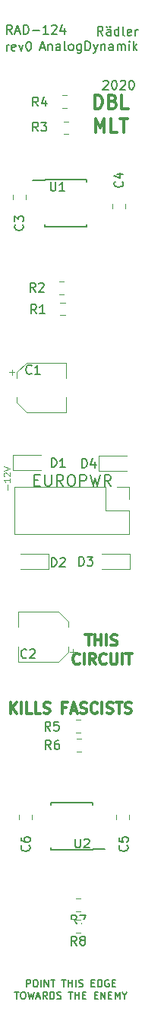
<source format=gbr>
G04 #@! TF.GenerationSoftware,KiCad,Pcbnew,(5.1.2-1)-1*
G04 #@! TF.CreationDate,2020-08-10T22:20:09-07:00*
G04 #@! TF.ProjectId,active_dual_mult,61637469-7665-45f6-9475-616c5f6d756c,rev?*
G04 #@! TF.SameCoordinates,Original*
G04 #@! TF.FileFunction,Legend,Top*
G04 #@! TF.FilePolarity,Positive*
%FSLAX46Y46*%
G04 Gerber Fmt 4.6, Leading zero omitted, Abs format (unit mm)*
G04 Created by KiCad (PCBNEW (5.1.2-1)-1) date 2020-08-10 22:20:09*
%MOMM*%
%LPD*%
G04 APERTURE LIST*
%ADD10C,0.150000*%
%ADD11C,0.375000*%
%ADD12C,0.300000*%
%ADD13C,0.120000*%
%ADD14C,0.203200*%
%ADD15C,0.100000*%
%ADD16C,1.252000*%
%ADD17R,1.102000X1.102000*%
%ADD18C,2.232000*%
%ADD19R,1.932000X2.032000*%
%ADD20O,1.802000X1.802000*%
%ADD21R,1.802000X1.802000*%
%ADD22C,1.702000*%
%ADD23R,1.552000X0.552000*%
G04 APERTURE END LIST*
D10*
X153151057Y-24912580D02*
X153151057Y-24245914D01*
X153151057Y-24436390D02*
X153198676Y-24341152D01*
X153246295Y-24293533D01*
X153341533Y-24245914D01*
X153436771Y-24245914D01*
X154151057Y-24864961D02*
X154055819Y-24912580D01*
X153865342Y-24912580D01*
X153770104Y-24864961D01*
X153722485Y-24769723D01*
X153722485Y-24388771D01*
X153770104Y-24293533D01*
X153865342Y-24245914D01*
X154055819Y-24245914D01*
X154151057Y-24293533D01*
X154198676Y-24388771D01*
X154198676Y-24484009D01*
X153722485Y-24579247D01*
X154532009Y-24245914D02*
X154770104Y-24912580D01*
X155008200Y-24245914D01*
X155579628Y-23912580D02*
X155674866Y-23912580D01*
X155770104Y-23960200D01*
X155817723Y-24007819D01*
X155865342Y-24103057D01*
X155912961Y-24293533D01*
X155912961Y-24531628D01*
X155865342Y-24722104D01*
X155817723Y-24817342D01*
X155770104Y-24864961D01*
X155674866Y-24912580D01*
X155579628Y-24912580D01*
X155484390Y-24864961D01*
X155436771Y-24817342D01*
X155389152Y-24722104D01*
X155341533Y-24531628D01*
X155341533Y-24293533D01*
X155389152Y-24103057D01*
X155436771Y-24007819D01*
X155484390Y-23960200D01*
X155579628Y-23912580D01*
X163944514Y-28325819D02*
X163992133Y-28278200D01*
X164087371Y-28230580D01*
X164325466Y-28230580D01*
X164420704Y-28278200D01*
X164468323Y-28325819D01*
X164515942Y-28421057D01*
X164515942Y-28516295D01*
X164468323Y-28659152D01*
X163896895Y-29230580D01*
X164515942Y-29230580D01*
X165134990Y-28230580D02*
X165230228Y-28230580D01*
X165325466Y-28278200D01*
X165373085Y-28325819D01*
X165420704Y-28421057D01*
X165468323Y-28611533D01*
X165468323Y-28849628D01*
X165420704Y-29040104D01*
X165373085Y-29135342D01*
X165325466Y-29182961D01*
X165230228Y-29230580D01*
X165134990Y-29230580D01*
X165039752Y-29182961D01*
X164992133Y-29135342D01*
X164944514Y-29040104D01*
X164896895Y-28849628D01*
X164896895Y-28611533D01*
X164944514Y-28421057D01*
X164992133Y-28325819D01*
X165039752Y-28278200D01*
X165134990Y-28230580D01*
X165849276Y-28325819D02*
X165896895Y-28278200D01*
X165992133Y-28230580D01*
X166230228Y-28230580D01*
X166325466Y-28278200D01*
X166373085Y-28325819D01*
X166420704Y-28421057D01*
X166420704Y-28516295D01*
X166373085Y-28659152D01*
X165801657Y-29230580D01*
X166420704Y-29230580D01*
X167039752Y-28230580D02*
X167134990Y-28230580D01*
X167230228Y-28278200D01*
X167277847Y-28325819D01*
X167325466Y-28421057D01*
X167373085Y-28611533D01*
X167373085Y-28849628D01*
X167325466Y-29040104D01*
X167277847Y-29135342D01*
X167230228Y-29182961D01*
X167134990Y-29230580D01*
X167039752Y-29230580D01*
X166944514Y-29182961D01*
X166896895Y-29135342D01*
X166849276Y-29040104D01*
X166801657Y-28849628D01*
X166801657Y-28611533D01*
X166849276Y-28421057D01*
X166896895Y-28325819D01*
X166944514Y-28278200D01*
X167039752Y-28230580D01*
X163898100Y-23223980D02*
X163564766Y-22747790D01*
X163326671Y-23223980D02*
X163326671Y-22223980D01*
X163707623Y-22223980D01*
X163802861Y-22271600D01*
X163850480Y-22319219D01*
X163898100Y-22414457D01*
X163898100Y-22557314D01*
X163850480Y-22652552D01*
X163802861Y-22700171D01*
X163707623Y-22747790D01*
X163326671Y-22747790D01*
X164755242Y-23223980D02*
X164755242Y-22700171D01*
X164707623Y-22604933D01*
X164612385Y-22557314D01*
X164421909Y-22557314D01*
X164326671Y-22604933D01*
X164755242Y-23176361D02*
X164660004Y-23223980D01*
X164421909Y-23223980D01*
X164326671Y-23176361D01*
X164279052Y-23081123D01*
X164279052Y-22985885D01*
X164326671Y-22890647D01*
X164421909Y-22843028D01*
X164660004Y-22843028D01*
X164755242Y-22795409D01*
X164326671Y-22223980D02*
X164374290Y-22271600D01*
X164326671Y-22319219D01*
X164279052Y-22271600D01*
X164326671Y-22223980D01*
X164326671Y-22319219D01*
X164707623Y-22223980D02*
X164755242Y-22271600D01*
X164707623Y-22319219D01*
X164660004Y-22271600D01*
X164707623Y-22223980D01*
X164707623Y-22319219D01*
X165660004Y-23223980D02*
X165660004Y-22223980D01*
X165660004Y-23176361D02*
X165564766Y-23223980D01*
X165374290Y-23223980D01*
X165279052Y-23176361D01*
X165231433Y-23128742D01*
X165183814Y-23033504D01*
X165183814Y-22747790D01*
X165231433Y-22652552D01*
X165279052Y-22604933D01*
X165374290Y-22557314D01*
X165564766Y-22557314D01*
X165660004Y-22604933D01*
X166279052Y-23223980D02*
X166183814Y-23176361D01*
X166136195Y-23081123D01*
X166136195Y-22223980D01*
X167040957Y-23176361D02*
X166945719Y-23223980D01*
X166755242Y-23223980D01*
X166660004Y-23176361D01*
X166612385Y-23081123D01*
X166612385Y-22700171D01*
X166660004Y-22604933D01*
X166755242Y-22557314D01*
X166945719Y-22557314D01*
X167040957Y-22604933D01*
X167088576Y-22700171D01*
X167088576Y-22795409D01*
X166612385Y-22890647D01*
X167517147Y-23223980D02*
X167517147Y-22557314D01*
X167517147Y-22747790D02*
X167564766Y-22652552D01*
X167612385Y-22604933D01*
X167707623Y-22557314D01*
X167802861Y-22557314D01*
X156898100Y-24588266D02*
X157374290Y-24588266D01*
X156802861Y-24873980D02*
X157136195Y-23873980D01*
X157469528Y-24873980D01*
X157802861Y-24207314D02*
X157802861Y-24873980D01*
X157802861Y-24302552D02*
X157850480Y-24254933D01*
X157945719Y-24207314D01*
X158088576Y-24207314D01*
X158183814Y-24254933D01*
X158231433Y-24350171D01*
X158231433Y-24873980D01*
X159136195Y-24873980D02*
X159136195Y-24350171D01*
X159088576Y-24254933D01*
X158993338Y-24207314D01*
X158802861Y-24207314D01*
X158707623Y-24254933D01*
X159136195Y-24826361D02*
X159040957Y-24873980D01*
X158802861Y-24873980D01*
X158707623Y-24826361D01*
X158660004Y-24731123D01*
X158660004Y-24635885D01*
X158707623Y-24540647D01*
X158802861Y-24493028D01*
X159040957Y-24493028D01*
X159136195Y-24445409D01*
X159755242Y-24873980D02*
X159660004Y-24826361D01*
X159612385Y-24731123D01*
X159612385Y-23873980D01*
X160279052Y-24873980D02*
X160183814Y-24826361D01*
X160136195Y-24778742D01*
X160088576Y-24683504D01*
X160088576Y-24397790D01*
X160136195Y-24302552D01*
X160183814Y-24254933D01*
X160279052Y-24207314D01*
X160421909Y-24207314D01*
X160517147Y-24254933D01*
X160564766Y-24302552D01*
X160612385Y-24397790D01*
X160612385Y-24683504D01*
X160564766Y-24778742D01*
X160517147Y-24826361D01*
X160421909Y-24873980D01*
X160279052Y-24873980D01*
X161469528Y-24207314D02*
X161469528Y-25016838D01*
X161421909Y-25112076D01*
X161374290Y-25159695D01*
X161279052Y-25207314D01*
X161136195Y-25207314D01*
X161040957Y-25159695D01*
X161469528Y-24826361D02*
X161374290Y-24873980D01*
X161183814Y-24873980D01*
X161088576Y-24826361D01*
X161040957Y-24778742D01*
X160993338Y-24683504D01*
X160993338Y-24397790D01*
X161040957Y-24302552D01*
X161088576Y-24254933D01*
X161183814Y-24207314D01*
X161374290Y-24207314D01*
X161469528Y-24254933D01*
X161945719Y-24873980D02*
X161945719Y-23873980D01*
X162183814Y-23873980D01*
X162326671Y-23921600D01*
X162421909Y-24016838D01*
X162469528Y-24112076D01*
X162517147Y-24302552D01*
X162517147Y-24445409D01*
X162469528Y-24635885D01*
X162421909Y-24731123D01*
X162326671Y-24826361D01*
X162183814Y-24873980D01*
X161945719Y-24873980D01*
X162850480Y-24207314D02*
X163088576Y-24873980D01*
X163326671Y-24207314D02*
X163088576Y-24873980D01*
X162993338Y-25112076D01*
X162945719Y-25159695D01*
X162850480Y-25207314D01*
X163707623Y-24207314D02*
X163707623Y-24873980D01*
X163707623Y-24302552D02*
X163755242Y-24254933D01*
X163850480Y-24207314D01*
X163993338Y-24207314D01*
X164088576Y-24254933D01*
X164136195Y-24350171D01*
X164136195Y-24873980D01*
X165040957Y-24873980D02*
X165040957Y-24350171D01*
X164993338Y-24254933D01*
X164898100Y-24207314D01*
X164707623Y-24207314D01*
X164612385Y-24254933D01*
X165040957Y-24826361D02*
X164945719Y-24873980D01*
X164707623Y-24873980D01*
X164612385Y-24826361D01*
X164564766Y-24731123D01*
X164564766Y-24635885D01*
X164612385Y-24540647D01*
X164707623Y-24493028D01*
X164945719Y-24493028D01*
X165040957Y-24445409D01*
X165517147Y-24873980D02*
X165517147Y-24207314D01*
X165517147Y-24302552D02*
X165564766Y-24254933D01*
X165660004Y-24207314D01*
X165802861Y-24207314D01*
X165898100Y-24254933D01*
X165945719Y-24350171D01*
X165945719Y-24873980D01*
X165945719Y-24350171D02*
X165993338Y-24254933D01*
X166088576Y-24207314D01*
X166231433Y-24207314D01*
X166326671Y-24254933D01*
X166374290Y-24350171D01*
X166374290Y-24873980D01*
X166850480Y-24873980D02*
X166850480Y-24207314D01*
X166850480Y-23873980D02*
X166802861Y-23921600D01*
X166850480Y-23969219D01*
X166898100Y-23921600D01*
X166850480Y-23873980D01*
X166850480Y-23969219D01*
X167326671Y-24873980D02*
X167326671Y-23873980D01*
X167421909Y-24493028D02*
X167707623Y-24873980D01*
X167707623Y-24207314D02*
X167326671Y-24588266D01*
D11*
X162994400Y-31344671D02*
X162994400Y-29844671D01*
X163351542Y-29844671D01*
X163565828Y-29916100D01*
X163708685Y-30058957D01*
X163780114Y-30201814D01*
X163851542Y-30487528D01*
X163851542Y-30701814D01*
X163780114Y-30987528D01*
X163708685Y-31130385D01*
X163565828Y-31273242D01*
X163351542Y-31344671D01*
X162994400Y-31344671D01*
X164994400Y-30558957D02*
X165208685Y-30630385D01*
X165280114Y-30701814D01*
X165351542Y-30844671D01*
X165351542Y-31058957D01*
X165280114Y-31201814D01*
X165208685Y-31273242D01*
X165065828Y-31344671D01*
X164494400Y-31344671D01*
X164494400Y-29844671D01*
X164994400Y-29844671D01*
X165137257Y-29916100D01*
X165208685Y-29987528D01*
X165280114Y-30130385D01*
X165280114Y-30273242D01*
X165208685Y-30416100D01*
X165137257Y-30487528D01*
X164994400Y-30558957D01*
X164494400Y-30558957D01*
X166708685Y-31344671D02*
X165994400Y-31344671D01*
X165994400Y-29844671D01*
X163065828Y-33969671D02*
X163065828Y-32469671D01*
X163565828Y-33541100D01*
X164065828Y-32469671D01*
X164065828Y-33969671D01*
X165494400Y-33969671D02*
X164780114Y-33969671D01*
X164780114Y-32469671D01*
X165780114Y-32469671D02*
X166637257Y-32469671D01*
X166208685Y-33969671D02*
X166208685Y-32469671D01*
D12*
X153639085Y-98663057D02*
X153639085Y-97463057D01*
X154324800Y-98663057D02*
X153810514Y-97977342D01*
X154324800Y-97463057D02*
X153639085Y-98148771D01*
X154839085Y-98663057D02*
X154839085Y-97463057D01*
X155981942Y-98663057D02*
X155410514Y-98663057D01*
X155410514Y-97463057D01*
X156953371Y-98663057D02*
X156381942Y-98663057D01*
X156381942Y-97463057D01*
X157296228Y-98605914D02*
X157467657Y-98663057D01*
X157753371Y-98663057D01*
X157867657Y-98605914D01*
X157924800Y-98548771D01*
X157981942Y-98434485D01*
X157981942Y-98320200D01*
X157924800Y-98205914D01*
X157867657Y-98148771D01*
X157753371Y-98091628D01*
X157524800Y-98034485D01*
X157410514Y-97977342D01*
X157353371Y-97920200D01*
X157296228Y-97805914D01*
X157296228Y-97691628D01*
X157353371Y-97577342D01*
X157410514Y-97520200D01*
X157524800Y-97463057D01*
X157810514Y-97463057D01*
X157981942Y-97520200D01*
X159810514Y-98034485D02*
X159410514Y-98034485D01*
X159410514Y-98663057D02*
X159410514Y-97463057D01*
X159981942Y-97463057D01*
X160381942Y-98320200D02*
X160953371Y-98320200D01*
X160267657Y-98663057D02*
X160667657Y-97463057D01*
X161067657Y-98663057D01*
X161410514Y-98605914D02*
X161581942Y-98663057D01*
X161867657Y-98663057D01*
X161981942Y-98605914D01*
X162039085Y-98548771D01*
X162096228Y-98434485D01*
X162096228Y-98320200D01*
X162039085Y-98205914D01*
X161981942Y-98148771D01*
X161867657Y-98091628D01*
X161639085Y-98034485D01*
X161524800Y-97977342D01*
X161467657Y-97920200D01*
X161410514Y-97805914D01*
X161410514Y-97691628D01*
X161467657Y-97577342D01*
X161524800Y-97520200D01*
X161639085Y-97463057D01*
X161924800Y-97463057D01*
X162096228Y-97520200D01*
X163296228Y-98548771D02*
X163239085Y-98605914D01*
X163067657Y-98663057D01*
X162953371Y-98663057D01*
X162781942Y-98605914D01*
X162667657Y-98491628D01*
X162610514Y-98377342D01*
X162553371Y-98148771D01*
X162553371Y-97977342D01*
X162610514Y-97748771D01*
X162667657Y-97634485D01*
X162781942Y-97520200D01*
X162953371Y-97463057D01*
X163067657Y-97463057D01*
X163239085Y-97520200D01*
X163296228Y-97577342D01*
X163810514Y-98663057D02*
X163810514Y-97463057D01*
X164324800Y-98605914D02*
X164496228Y-98663057D01*
X164781942Y-98663057D01*
X164896228Y-98605914D01*
X164953371Y-98548771D01*
X165010514Y-98434485D01*
X165010514Y-98320200D01*
X164953371Y-98205914D01*
X164896228Y-98148771D01*
X164781942Y-98091628D01*
X164553371Y-98034485D01*
X164439085Y-97977342D01*
X164381942Y-97920200D01*
X164324800Y-97805914D01*
X164324800Y-97691628D01*
X164381942Y-97577342D01*
X164439085Y-97520200D01*
X164553371Y-97463057D01*
X164839085Y-97463057D01*
X165010514Y-97520200D01*
X165353371Y-97463057D02*
X166039085Y-97463057D01*
X165696228Y-98663057D02*
X165696228Y-97463057D01*
X166381942Y-98605914D02*
X166553371Y-98663057D01*
X166839085Y-98663057D01*
X166953371Y-98605914D01*
X167010514Y-98548771D01*
X167067657Y-98434485D01*
X167067657Y-98320200D01*
X167010514Y-98205914D01*
X166953371Y-98148771D01*
X166839085Y-98091628D01*
X166610514Y-98034485D01*
X166496228Y-97977342D01*
X166439085Y-97920200D01*
X166381942Y-97805914D01*
X166381942Y-97691628D01*
X166439085Y-97577342D01*
X166496228Y-97520200D01*
X166610514Y-97463057D01*
X166896228Y-97463057D01*
X167067657Y-97520200D01*
X161950628Y-89910657D02*
X162636342Y-89910657D01*
X162293485Y-91110657D02*
X162293485Y-89910657D01*
X163036342Y-91110657D02*
X163036342Y-89910657D01*
X163036342Y-90482085D02*
X163722057Y-90482085D01*
X163722057Y-91110657D02*
X163722057Y-89910657D01*
X164293485Y-91110657D02*
X164293485Y-89910657D01*
X164807771Y-91053514D02*
X164979200Y-91110657D01*
X165264914Y-91110657D01*
X165379200Y-91053514D01*
X165436342Y-90996371D01*
X165493485Y-90882085D01*
X165493485Y-90767800D01*
X165436342Y-90653514D01*
X165379200Y-90596371D01*
X165264914Y-90539228D01*
X165036342Y-90482085D01*
X164922057Y-90424942D01*
X164864914Y-90367800D01*
X164807771Y-90253514D01*
X164807771Y-90139228D01*
X164864914Y-90024942D01*
X164922057Y-89967800D01*
X165036342Y-89910657D01*
X165322057Y-89910657D01*
X165493485Y-89967800D01*
X161293485Y-93096371D02*
X161236342Y-93153514D01*
X161064914Y-93210657D01*
X160950628Y-93210657D01*
X160779200Y-93153514D01*
X160664914Y-93039228D01*
X160607771Y-92924942D01*
X160550628Y-92696371D01*
X160550628Y-92524942D01*
X160607771Y-92296371D01*
X160664914Y-92182085D01*
X160779200Y-92067800D01*
X160950628Y-92010657D01*
X161064914Y-92010657D01*
X161236342Y-92067800D01*
X161293485Y-92124942D01*
X161807771Y-93210657D02*
X161807771Y-92010657D01*
X163064914Y-93210657D02*
X162664914Y-92639228D01*
X162379200Y-93210657D02*
X162379200Y-92010657D01*
X162836342Y-92010657D01*
X162950628Y-92067800D01*
X163007771Y-92124942D01*
X163064914Y-92239228D01*
X163064914Y-92410657D01*
X163007771Y-92524942D01*
X162950628Y-92582085D01*
X162836342Y-92639228D01*
X162379200Y-92639228D01*
X164264914Y-93096371D02*
X164207771Y-93153514D01*
X164036342Y-93210657D01*
X163922057Y-93210657D01*
X163750628Y-93153514D01*
X163636342Y-93039228D01*
X163579200Y-92924942D01*
X163522057Y-92696371D01*
X163522057Y-92524942D01*
X163579200Y-92296371D01*
X163636342Y-92182085D01*
X163750628Y-92067800D01*
X163922057Y-92010657D01*
X164036342Y-92010657D01*
X164207771Y-92067800D01*
X164264914Y-92124942D01*
X164779200Y-92010657D02*
X164779200Y-92982085D01*
X164836342Y-93096371D01*
X164893485Y-93153514D01*
X165007771Y-93210657D01*
X165236342Y-93210657D01*
X165350628Y-93153514D01*
X165407771Y-93096371D01*
X165464914Y-92982085D01*
X165464914Y-92010657D01*
X166036342Y-93210657D02*
X166036342Y-92010657D01*
X166436342Y-92010657D02*
X167122057Y-92010657D01*
X166779200Y-93210657D02*
X166779200Y-92010657D01*
D10*
X153771933Y-23058380D02*
X153438600Y-22582190D01*
X153200504Y-23058380D02*
X153200504Y-22058380D01*
X153581457Y-22058380D01*
X153676695Y-22106000D01*
X153724314Y-22153619D01*
X153771933Y-22248857D01*
X153771933Y-22391714D01*
X153724314Y-22486952D01*
X153676695Y-22534571D01*
X153581457Y-22582190D01*
X153200504Y-22582190D01*
X154152885Y-22772666D02*
X154629076Y-22772666D01*
X154057647Y-23058380D02*
X154390980Y-22058380D01*
X154724314Y-23058380D01*
X155057647Y-23058380D02*
X155057647Y-22058380D01*
X155295742Y-22058380D01*
X155438600Y-22106000D01*
X155533838Y-22201238D01*
X155581457Y-22296476D01*
X155629076Y-22486952D01*
X155629076Y-22629809D01*
X155581457Y-22820285D01*
X155533838Y-22915523D01*
X155438600Y-23010761D01*
X155295742Y-23058380D01*
X155057647Y-23058380D01*
X156057647Y-22677428D02*
X156819552Y-22677428D01*
X157819552Y-23058380D02*
X157248123Y-23058380D01*
X157533838Y-23058380D02*
X157533838Y-22058380D01*
X157438600Y-22201238D01*
X157343361Y-22296476D01*
X157248123Y-22344095D01*
X158200504Y-22153619D02*
X158248123Y-22106000D01*
X158343361Y-22058380D01*
X158581457Y-22058380D01*
X158676695Y-22106000D01*
X158724314Y-22153619D01*
X158771933Y-22248857D01*
X158771933Y-22344095D01*
X158724314Y-22486952D01*
X158152885Y-23058380D01*
X158771933Y-23058380D01*
X159629076Y-22391714D02*
X159629076Y-23058380D01*
X159390980Y-22010761D02*
X159152885Y-22725047D01*
X159771933Y-22725047D01*
X155353371Y-129099904D02*
X155353371Y-128299904D01*
X155658133Y-128299904D01*
X155734323Y-128338000D01*
X155772419Y-128376095D01*
X155810514Y-128452285D01*
X155810514Y-128566571D01*
X155772419Y-128642761D01*
X155734323Y-128680857D01*
X155658133Y-128718952D01*
X155353371Y-128718952D01*
X156305752Y-128299904D02*
X156458133Y-128299904D01*
X156534323Y-128338000D01*
X156610514Y-128414190D01*
X156648609Y-128566571D01*
X156648609Y-128833238D01*
X156610514Y-128985619D01*
X156534323Y-129061809D01*
X156458133Y-129099904D01*
X156305752Y-129099904D01*
X156229561Y-129061809D01*
X156153371Y-128985619D01*
X156115276Y-128833238D01*
X156115276Y-128566571D01*
X156153371Y-128414190D01*
X156229561Y-128338000D01*
X156305752Y-128299904D01*
X156991466Y-129099904D02*
X156991466Y-128299904D01*
X157372419Y-129099904D02*
X157372419Y-128299904D01*
X157829561Y-129099904D01*
X157829561Y-128299904D01*
X158096228Y-128299904D02*
X158553371Y-128299904D01*
X158324800Y-129099904D02*
X158324800Y-128299904D01*
X159315276Y-128299904D02*
X159772419Y-128299904D01*
X159543847Y-129099904D02*
X159543847Y-128299904D01*
X160039085Y-129099904D02*
X160039085Y-128299904D01*
X160039085Y-128680857D02*
X160496228Y-128680857D01*
X160496228Y-129099904D02*
X160496228Y-128299904D01*
X160877180Y-129099904D02*
X160877180Y-128299904D01*
X161220038Y-129061809D02*
X161334323Y-129099904D01*
X161524800Y-129099904D01*
X161600990Y-129061809D01*
X161639085Y-129023714D01*
X161677180Y-128947523D01*
X161677180Y-128871333D01*
X161639085Y-128795142D01*
X161600990Y-128757047D01*
X161524800Y-128718952D01*
X161372419Y-128680857D01*
X161296228Y-128642761D01*
X161258133Y-128604666D01*
X161220038Y-128528476D01*
X161220038Y-128452285D01*
X161258133Y-128376095D01*
X161296228Y-128338000D01*
X161372419Y-128299904D01*
X161562895Y-128299904D01*
X161677180Y-128338000D01*
X162629561Y-128680857D02*
X162896228Y-128680857D01*
X163010514Y-129099904D02*
X162629561Y-129099904D01*
X162629561Y-128299904D01*
X163010514Y-128299904D01*
X163353371Y-129099904D02*
X163353371Y-128299904D01*
X163543847Y-128299904D01*
X163658133Y-128338000D01*
X163734323Y-128414190D01*
X163772419Y-128490380D01*
X163810514Y-128642761D01*
X163810514Y-128757047D01*
X163772419Y-128909428D01*
X163734323Y-128985619D01*
X163658133Y-129061809D01*
X163543847Y-129099904D01*
X163353371Y-129099904D01*
X164572419Y-128338000D02*
X164496228Y-128299904D01*
X164381942Y-128299904D01*
X164267657Y-128338000D01*
X164191466Y-128414190D01*
X164153371Y-128490380D01*
X164115276Y-128642761D01*
X164115276Y-128757047D01*
X164153371Y-128909428D01*
X164191466Y-128985619D01*
X164267657Y-129061809D01*
X164381942Y-129099904D01*
X164458133Y-129099904D01*
X164572419Y-129061809D01*
X164610514Y-129023714D01*
X164610514Y-128757047D01*
X164458133Y-128757047D01*
X164953371Y-128680857D02*
X165220038Y-128680857D01*
X165334323Y-129099904D02*
X164953371Y-129099904D01*
X164953371Y-128299904D01*
X165334323Y-128299904D01*
X154058133Y-129649904D02*
X154515276Y-129649904D01*
X154286704Y-130449904D02*
X154286704Y-129649904D01*
X154934323Y-129649904D02*
X155086704Y-129649904D01*
X155162895Y-129688000D01*
X155239085Y-129764190D01*
X155277180Y-129916571D01*
X155277180Y-130183238D01*
X155239085Y-130335619D01*
X155162895Y-130411809D01*
X155086704Y-130449904D01*
X154934323Y-130449904D01*
X154858133Y-130411809D01*
X154781942Y-130335619D01*
X154743847Y-130183238D01*
X154743847Y-129916571D01*
X154781942Y-129764190D01*
X154858133Y-129688000D01*
X154934323Y-129649904D01*
X155543847Y-129649904D02*
X155734323Y-130449904D01*
X155886704Y-129878476D01*
X156039085Y-130449904D01*
X156229561Y-129649904D01*
X156496228Y-130221333D02*
X156877180Y-130221333D01*
X156420038Y-130449904D02*
X156686704Y-129649904D01*
X156953371Y-130449904D01*
X157677180Y-130449904D02*
X157410514Y-130068952D01*
X157220038Y-130449904D02*
X157220038Y-129649904D01*
X157524800Y-129649904D01*
X157600990Y-129688000D01*
X157639085Y-129726095D01*
X157677180Y-129802285D01*
X157677180Y-129916571D01*
X157639085Y-129992761D01*
X157600990Y-130030857D01*
X157524800Y-130068952D01*
X157220038Y-130068952D01*
X158020038Y-130449904D02*
X158020038Y-129649904D01*
X158210514Y-129649904D01*
X158324800Y-129688000D01*
X158400990Y-129764190D01*
X158439085Y-129840380D01*
X158477180Y-129992761D01*
X158477180Y-130107047D01*
X158439085Y-130259428D01*
X158400990Y-130335619D01*
X158324800Y-130411809D01*
X158210514Y-130449904D01*
X158020038Y-130449904D01*
X158781942Y-130411809D02*
X158896228Y-130449904D01*
X159086704Y-130449904D01*
X159162895Y-130411809D01*
X159200990Y-130373714D01*
X159239085Y-130297523D01*
X159239085Y-130221333D01*
X159200990Y-130145142D01*
X159162895Y-130107047D01*
X159086704Y-130068952D01*
X158934323Y-130030857D01*
X158858133Y-129992761D01*
X158820038Y-129954666D01*
X158781942Y-129878476D01*
X158781942Y-129802285D01*
X158820038Y-129726095D01*
X158858133Y-129688000D01*
X158934323Y-129649904D01*
X159124800Y-129649904D01*
X159239085Y-129688000D01*
X160077180Y-129649904D02*
X160534323Y-129649904D01*
X160305752Y-130449904D02*
X160305752Y-129649904D01*
X160800990Y-130449904D02*
X160800990Y-129649904D01*
X160800990Y-130030857D02*
X161258133Y-130030857D01*
X161258133Y-130449904D02*
X161258133Y-129649904D01*
X161639085Y-130030857D02*
X161905752Y-130030857D01*
X162020038Y-130449904D02*
X161639085Y-130449904D01*
X161639085Y-129649904D01*
X162020038Y-129649904D01*
X162972419Y-130030857D02*
X163239085Y-130030857D01*
X163353371Y-130449904D02*
X162972419Y-130449904D01*
X162972419Y-129649904D01*
X163353371Y-129649904D01*
X163696228Y-130449904D02*
X163696228Y-129649904D01*
X164153371Y-130449904D01*
X164153371Y-129649904D01*
X164534323Y-130030857D02*
X164800990Y-130030857D01*
X164915276Y-130449904D02*
X164534323Y-130449904D01*
X164534323Y-129649904D01*
X164915276Y-129649904D01*
X165258133Y-130449904D02*
X165258133Y-129649904D01*
X165524800Y-130221333D01*
X165791466Y-129649904D01*
X165791466Y-130449904D01*
X166324800Y-130068952D02*
X166324800Y-130449904D01*
X166058133Y-129649904D02*
X166324800Y-130068952D01*
X166591466Y-129649904D01*
D13*
X161475052Y-101474200D02*
X160952548Y-101474200D01*
X161475052Y-102894200D02*
X160952548Y-102894200D01*
X157830600Y-82638000D02*
X154680600Y-82638000D01*
X157830600Y-80938000D02*
X154680600Y-80938000D01*
X157830600Y-82638000D02*
X157830600Y-80938000D01*
X153899800Y-40962948D02*
X153899800Y-41485452D01*
X155319800Y-40962948D02*
X155319800Y-41485452D01*
X153827400Y-69939800D02*
X156977400Y-69939800D01*
X153827400Y-71639800D02*
X156977400Y-71639800D01*
X153827400Y-69939800D02*
X153827400Y-71639800D01*
X166836400Y-73498400D02*
X166836400Y-74828400D01*
X165506400Y-73498400D02*
X166836400Y-73498400D01*
X166836400Y-76098400D02*
X166836400Y-78698400D01*
X164236400Y-76098400D02*
X166836400Y-76098400D01*
X164236400Y-73498400D02*
X164236400Y-76098400D01*
X166836400Y-78698400D02*
X154016400Y-78698400D01*
X164236400Y-73498400D02*
X154016400Y-73498400D01*
X154016400Y-73498400D02*
X154016400Y-78698400D01*
X159833600Y-65167800D02*
X159833600Y-63467800D01*
X159833600Y-59647800D02*
X159833600Y-61347800D01*
X155378037Y-59647800D02*
X159833600Y-59647800D01*
X155378037Y-65167800D02*
X159833600Y-65167800D01*
X154313600Y-64103363D02*
X154313600Y-63467800D01*
X154313600Y-60712237D02*
X154313600Y-61347800D01*
X154313600Y-60712237D02*
X155378037Y-59647800D01*
X154313600Y-64103363D02*
X155378037Y-65167800D01*
X153448600Y-60722800D02*
X154073600Y-60722800D01*
X153761100Y-60410300D02*
X153761100Y-61035300D01*
X160563900Y-92142100D02*
X160563900Y-91517100D01*
X160876400Y-91829600D02*
X160251400Y-91829600D01*
X160011400Y-88449037D02*
X158946963Y-87384600D01*
X160011400Y-91840163D02*
X158946963Y-92904600D01*
X160011400Y-91840163D02*
X160011400Y-91204600D01*
X160011400Y-88449037D02*
X160011400Y-89084600D01*
X158946963Y-87384600D02*
X154491400Y-87384600D01*
X158946963Y-92904600D02*
X154491400Y-92904600D01*
X154491400Y-92904600D02*
X154491400Y-91204600D01*
X154491400Y-87384600D02*
X154491400Y-89084600D01*
X166368800Y-41978948D02*
X166368800Y-42501452D01*
X164948800Y-41978948D02*
X164948800Y-42501452D01*
X165406000Y-110497252D02*
X165406000Y-109974748D01*
X166826000Y-110497252D02*
X166826000Y-109974748D01*
X156005600Y-110471852D02*
X156005600Y-109949348D01*
X154585600Y-110471852D02*
X154585600Y-109949348D01*
X159149148Y-54354800D02*
X159671652Y-54354800D01*
X159149148Y-52934800D02*
X159671652Y-52934800D01*
X159022148Y-50623400D02*
X159544652Y-50623400D01*
X159022148Y-52043400D02*
X159544652Y-52043400D01*
X159504748Y-34212600D02*
X160027252Y-34212600D01*
X159504748Y-32792600D02*
X160027252Y-32792600D01*
X159352348Y-29897000D02*
X159874852Y-29897000D01*
X159352348Y-31317000D02*
X159874852Y-31317000D01*
X161424252Y-100811400D02*
X160901748Y-100811400D01*
X161424252Y-99391400D02*
X160901748Y-99391400D01*
X161398852Y-120699600D02*
X160876348Y-120699600D01*
X161398852Y-119279600D02*
X160876348Y-119279600D01*
X161398852Y-121667200D02*
X160876348Y-121667200D01*
X161398852Y-123087200D02*
X160876348Y-123087200D01*
D10*
X157441000Y-39259600D02*
X157441000Y-39384600D01*
X162091000Y-39259600D02*
X162091000Y-39484600D01*
X162091000Y-44509600D02*
X162091000Y-44284600D01*
X157441000Y-44509600D02*
X157441000Y-44284600D01*
X157441000Y-39259600D02*
X162091000Y-39259600D01*
X157441000Y-44509600D02*
X162091000Y-44509600D01*
X157441000Y-39384600D02*
X156091000Y-39384600D01*
X162726000Y-113726600D02*
X164076000Y-113726600D01*
X162726000Y-108601600D02*
X158076000Y-108601600D01*
X162726000Y-113851600D02*
X158076000Y-113851600D01*
X162726000Y-108601600D02*
X162726000Y-108826600D01*
X158076000Y-108601600D02*
X158076000Y-108826600D01*
X158076000Y-113851600D02*
X158076000Y-113626600D01*
X162726000Y-113851600D02*
X162726000Y-113726600D01*
D13*
X166898400Y-82587200D02*
X166898400Y-80887200D01*
X166898400Y-80887200D02*
X163748400Y-80887200D01*
X166898400Y-82587200D02*
X163748400Y-82587200D01*
X163428600Y-70016000D02*
X166578600Y-70016000D01*
X163428600Y-71716000D02*
X166578600Y-71716000D01*
X163428600Y-70016000D02*
X163428600Y-71716000D01*
D10*
X158100733Y-102661980D02*
X157767400Y-102185790D01*
X157529304Y-102661980D02*
X157529304Y-101661980D01*
X157910257Y-101661980D01*
X158005495Y-101709600D01*
X158053114Y-101757219D01*
X158100733Y-101852457D01*
X158100733Y-101995314D01*
X158053114Y-102090552D01*
X158005495Y-102138171D01*
X157910257Y-102185790D01*
X157529304Y-102185790D01*
X158957876Y-101661980D02*
X158767400Y-101661980D01*
X158672161Y-101709600D01*
X158624542Y-101757219D01*
X158529304Y-101900076D01*
X158481685Y-102090552D01*
X158481685Y-102471504D01*
X158529304Y-102566742D01*
X158576923Y-102614361D01*
X158672161Y-102661980D01*
X158862638Y-102661980D01*
X158957876Y-102614361D01*
X159005495Y-102566742D01*
X159053114Y-102471504D01*
X159053114Y-102233409D01*
X159005495Y-102138171D01*
X158957876Y-102090552D01*
X158862638Y-102042933D01*
X158672161Y-102042933D01*
X158576923Y-102090552D01*
X158529304Y-102138171D01*
X158481685Y-102233409D01*
X158164304Y-82341980D02*
X158164304Y-81341980D01*
X158402400Y-81341980D01*
X158545257Y-81389600D01*
X158640495Y-81484838D01*
X158688114Y-81580076D01*
X158735733Y-81770552D01*
X158735733Y-81913409D01*
X158688114Y-82103885D01*
X158640495Y-82199123D01*
X158545257Y-82294361D01*
X158402400Y-82341980D01*
X158164304Y-82341980D01*
X159116685Y-81437219D02*
X159164304Y-81389600D01*
X159259542Y-81341980D01*
X159497638Y-81341980D01*
X159592876Y-81389600D01*
X159640495Y-81437219D01*
X159688114Y-81532457D01*
X159688114Y-81627695D01*
X159640495Y-81770552D01*
X159069066Y-82341980D01*
X159688114Y-82341980D01*
X154941542Y-44286466D02*
X154989161Y-44334085D01*
X155036780Y-44476942D01*
X155036780Y-44572180D01*
X154989161Y-44715038D01*
X154893923Y-44810276D01*
X154798685Y-44857895D01*
X154608209Y-44905514D01*
X154465352Y-44905514D01*
X154274876Y-44857895D01*
X154179638Y-44810276D01*
X154084400Y-44715038D01*
X154036780Y-44572180D01*
X154036780Y-44476942D01*
X154084400Y-44334085D01*
X154132019Y-44286466D01*
X154036780Y-43953133D02*
X154036780Y-43334085D01*
X154417733Y-43667419D01*
X154417733Y-43524561D01*
X154465352Y-43429323D01*
X154512971Y-43381704D01*
X154608209Y-43334085D01*
X154846304Y-43334085D01*
X154941542Y-43381704D01*
X154989161Y-43429323D01*
X155036780Y-43524561D01*
X155036780Y-43810276D01*
X154989161Y-43905514D01*
X154941542Y-43953133D01*
X158164304Y-71267580D02*
X158164304Y-70267580D01*
X158402400Y-70267580D01*
X158545257Y-70315200D01*
X158640495Y-70410438D01*
X158688114Y-70505676D01*
X158735733Y-70696152D01*
X158735733Y-70839009D01*
X158688114Y-71029485D01*
X158640495Y-71124723D01*
X158545257Y-71219961D01*
X158402400Y-71267580D01*
X158164304Y-71267580D01*
X159688114Y-71267580D02*
X159116685Y-71267580D01*
X159402400Y-71267580D02*
X159402400Y-70267580D01*
X159307161Y-70410438D01*
X159211923Y-70505676D01*
X159116685Y-70553295D01*
D14*
X156269266Y-72705685D02*
X156692600Y-72705685D01*
X156874028Y-73370923D02*
X156269266Y-73370923D01*
X156269266Y-72100923D01*
X156874028Y-72100923D01*
X157418314Y-72100923D02*
X157418314Y-73129019D01*
X157478790Y-73249971D01*
X157539266Y-73310447D01*
X157660219Y-73370923D01*
X157902123Y-73370923D01*
X158023076Y-73310447D01*
X158083552Y-73249971D01*
X158144028Y-73129019D01*
X158144028Y-72100923D01*
X159474504Y-73370923D02*
X159051171Y-72766161D01*
X158748790Y-73370923D02*
X158748790Y-72100923D01*
X159232600Y-72100923D01*
X159353552Y-72161400D01*
X159414028Y-72221876D01*
X159474504Y-72342828D01*
X159474504Y-72524257D01*
X159414028Y-72645209D01*
X159353552Y-72705685D01*
X159232600Y-72766161D01*
X158748790Y-72766161D01*
X160260695Y-72100923D02*
X160502600Y-72100923D01*
X160623552Y-72161400D01*
X160744504Y-72282352D01*
X160804980Y-72524257D01*
X160804980Y-72947590D01*
X160744504Y-73189495D01*
X160623552Y-73310447D01*
X160502600Y-73370923D01*
X160260695Y-73370923D01*
X160139742Y-73310447D01*
X160018790Y-73189495D01*
X159958314Y-72947590D01*
X159958314Y-72524257D01*
X160018790Y-72282352D01*
X160139742Y-72161400D01*
X160260695Y-72100923D01*
X161349266Y-73370923D02*
X161349266Y-72100923D01*
X161833076Y-72100923D01*
X161954028Y-72161400D01*
X162014504Y-72221876D01*
X162074980Y-72342828D01*
X162074980Y-72524257D01*
X162014504Y-72645209D01*
X161954028Y-72705685D01*
X161833076Y-72766161D01*
X161349266Y-72766161D01*
X162498314Y-72100923D02*
X162800695Y-73370923D01*
X163042600Y-72463780D01*
X163284504Y-73370923D01*
X163586885Y-72100923D01*
X164796409Y-73370923D02*
X164373076Y-72766161D01*
X164070695Y-73370923D02*
X164070695Y-72100923D01*
X164554504Y-72100923D01*
X164675457Y-72161400D01*
X164735933Y-72221876D01*
X164796409Y-72342828D01*
X164796409Y-72524257D01*
X164735933Y-72645209D01*
X164675457Y-72705685D01*
X164554504Y-72766161D01*
X164070695Y-72766161D01*
D15*
X153288200Y-73775733D02*
X153288200Y-73242400D01*
X153554866Y-72542400D02*
X153554866Y-72942400D01*
X153554866Y-72742400D02*
X152854866Y-72742400D01*
X152954866Y-72809066D01*
X153021533Y-72875733D01*
X153054866Y-72942400D01*
X152921533Y-72275733D02*
X152888200Y-72242400D01*
X152854866Y-72175733D01*
X152854866Y-72009066D01*
X152888200Y-71942400D01*
X152921533Y-71909066D01*
X152988200Y-71875733D01*
X153054866Y-71875733D01*
X153154866Y-71909066D01*
X153554866Y-72309066D01*
X153554866Y-71875733D01*
X152854866Y-71675733D02*
X153554866Y-71442400D01*
X152854866Y-71209066D01*
D10*
X155941733Y-60809142D02*
X155894114Y-60856761D01*
X155751257Y-60904380D01*
X155656019Y-60904380D01*
X155513161Y-60856761D01*
X155417923Y-60761523D01*
X155370304Y-60666285D01*
X155322685Y-60475809D01*
X155322685Y-60332952D01*
X155370304Y-60142476D01*
X155417923Y-60047238D01*
X155513161Y-59952000D01*
X155656019Y-59904380D01*
X155751257Y-59904380D01*
X155894114Y-59952000D01*
X155941733Y-59999619D01*
X156894114Y-60904380D02*
X156322685Y-60904380D01*
X156608400Y-60904380D02*
X156608400Y-59904380D01*
X156513161Y-60047238D01*
X156417923Y-60142476D01*
X156322685Y-60190095D01*
X155382933Y-92432142D02*
X155335314Y-92479761D01*
X155192457Y-92527380D01*
X155097219Y-92527380D01*
X154954361Y-92479761D01*
X154859123Y-92384523D01*
X154811504Y-92289285D01*
X154763885Y-92098809D01*
X154763885Y-91955952D01*
X154811504Y-91765476D01*
X154859123Y-91670238D01*
X154954361Y-91575000D01*
X155097219Y-91527380D01*
X155192457Y-91527380D01*
X155335314Y-91575000D01*
X155382933Y-91622619D01*
X155763885Y-91622619D02*
X155811504Y-91575000D01*
X155906742Y-91527380D01*
X156144838Y-91527380D01*
X156240076Y-91575000D01*
X156287695Y-91622619D01*
X156335314Y-91717857D01*
X156335314Y-91813095D01*
X156287695Y-91955952D01*
X155716266Y-92527380D01*
X156335314Y-92527380D01*
X166066742Y-39485866D02*
X166114361Y-39533485D01*
X166161980Y-39676342D01*
X166161980Y-39771580D01*
X166114361Y-39914438D01*
X166019123Y-40009676D01*
X165923885Y-40057295D01*
X165733409Y-40104914D01*
X165590552Y-40104914D01*
X165400076Y-40057295D01*
X165304838Y-40009676D01*
X165209600Y-39914438D01*
X165161980Y-39771580D01*
X165161980Y-39676342D01*
X165209600Y-39533485D01*
X165257219Y-39485866D01*
X165495314Y-38628723D02*
X166161980Y-38628723D01*
X165114361Y-38866819D02*
X165828647Y-39104914D01*
X165828647Y-38485866D01*
X166600142Y-113374466D02*
X166647761Y-113422085D01*
X166695380Y-113564942D01*
X166695380Y-113660180D01*
X166647761Y-113803038D01*
X166552523Y-113898276D01*
X166457285Y-113945895D01*
X166266809Y-113993514D01*
X166123952Y-113993514D01*
X165933476Y-113945895D01*
X165838238Y-113898276D01*
X165743000Y-113803038D01*
X165695380Y-113660180D01*
X165695380Y-113564942D01*
X165743000Y-113422085D01*
X165790619Y-113374466D01*
X165695380Y-112469704D02*
X165695380Y-112945895D01*
X166171571Y-112993514D01*
X166123952Y-112945895D01*
X166076333Y-112850657D01*
X166076333Y-112612561D01*
X166123952Y-112517323D01*
X166171571Y-112469704D01*
X166266809Y-112422085D01*
X166504904Y-112422085D01*
X166600142Y-112469704D01*
X166647761Y-112517323D01*
X166695380Y-112612561D01*
X166695380Y-112850657D01*
X166647761Y-112945895D01*
X166600142Y-112993514D01*
X155678142Y-113374466D02*
X155725761Y-113422085D01*
X155773380Y-113564942D01*
X155773380Y-113660180D01*
X155725761Y-113803038D01*
X155630523Y-113898276D01*
X155535285Y-113945895D01*
X155344809Y-113993514D01*
X155201952Y-113993514D01*
X155011476Y-113945895D01*
X154916238Y-113898276D01*
X154821000Y-113803038D01*
X154773380Y-113660180D01*
X154773380Y-113564942D01*
X154821000Y-113422085D01*
X154868619Y-113374466D01*
X154773380Y-112517323D02*
X154773380Y-112707800D01*
X154821000Y-112803038D01*
X154868619Y-112850657D01*
X155011476Y-112945895D01*
X155201952Y-112993514D01*
X155582904Y-112993514D01*
X155678142Y-112945895D01*
X155725761Y-112898276D01*
X155773380Y-112803038D01*
X155773380Y-112612561D01*
X155725761Y-112517323D01*
X155678142Y-112469704D01*
X155582904Y-112422085D01*
X155344809Y-112422085D01*
X155249571Y-112469704D01*
X155201952Y-112517323D01*
X155154333Y-112612561D01*
X155154333Y-112803038D01*
X155201952Y-112898276D01*
X155249571Y-112945895D01*
X155344809Y-112993514D01*
X156475133Y-54173380D02*
X156141800Y-53697190D01*
X155903704Y-54173380D02*
X155903704Y-53173380D01*
X156284657Y-53173380D01*
X156379895Y-53221000D01*
X156427514Y-53268619D01*
X156475133Y-53363857D01*
X156475133Y-53506714D01*
X156427514Y-53601952D01*
X156379895Y-53649571D01*
X156284657Y-53697190D01*
X155903704Y-53697190D01*
X157427514Y-54173380D02*
X156856085Y-54173380D01*
X157141800Y-54173380D02*
X157141800Y-53173380D01*
X157046561Y-53316238D01*
X156951323Y-53411476D01*
X156856085Y-53459095D01*
X156373533Y-51760380D02*
X156040200Y-51284190D01*
X155802104Y-51760380D02*
X155802104Y-50760380D01*
X156183057Y-50760380D01*
X156278295Y-50808000D01*
X156325914Y-50855619D01*
X156373533Y-50950857D01*
X156373533Y-51093714D01*
X156325914Y-51188952D01*
X156278295Y-51236571D01*
X156183057Y-51284190D01*
X155802104Y-51284190D01*
X156754485Y-50855619D02*
X156802104Y-50808000D01*
X156897342Y-50760380D01*
X157135438Y-50760380D01*
X157230676Y-50808000D01*
X157278295Y-50855619D01*
X157325914Y-50950857D01*
X157325914Y-51046095D01*
X157278295Y-51188952D01*
X156706866Y-51760380D01*
X157325914Y-51760380D01*
X156678333Y-33878780D02*
X156345000Y-33402590D01*
X156106904Y-33878780D02*
X156106904Y-32878780D01*
X156487857Y-32878780D01*
X156583095Y-32926400D01*
X156630714Y-32974019D01*
X156678333Y-33069257D01*
X156678333Y-33212114D01*
X156630714Y-33307352D01*
X156583095Y-33354971D01*
X156487857Y-33402590D01*
X156106904Y-33402590D01*
X157011666Y-32878780D02*
X157630714Y-32878780D01*
X157297380Y-33259733D01*
X157440238Y-33259733D01*
X157535476Y-33307352D01*
X157583095Y-33354971D01*
X157630714Y-33450209D01*
X157630714Y-33688304D01*
X157583095Y-33783542D01*
X157535476Y-33831161D01*
X157440238Y-33878780D01*
X157154523Y-33878780D01*
X157059285Y-33831161D01*
X157011666Y-33783542D01*
X156678333Y-31084780D02*
X156345000Y-30608590D01*
X156106904Y-31084780D02*
X156106904Y-30084780D01*
X156487857Y-30084780D01*
X156583095Y-30132400D01*
X156630714Y-30180019D01*
X156678333Y-30275257D01*
X156678333Y-30418114D01*
X156630714Y-30513352D01*
X156583095Y-30560971D01*
X156487857Y-30608590D01*
X156106904Y-30608590D01*
X157535476Y-30418114D02*
X157535476Y-31084780D01*
X157297380Y-30037161D02*
X157059285Y-30751447D01*
X157678333Y-30751447D01*
X158049933Y-100604580D02*
X157716600Y-100128390D01*
X157478504Y-100604580D02*
X157478504Y-99604580D01*
X157859457Y-99604580D01*
X157954695Y-99652200D01*
X158002314Y-99699819D01*
X158049933Y-99795057D01*
X158049933Y-99937914D01*
X158002314Y-100033152D01*
X157954695Y-100080771D01*
X157859457Y-100128390D01*
X157478504Y-100128390D01*
X158954695Y-99604580D02*
X158478504Y-99604580D01*
X158430885Y-100080771D01*
X158478504Y-100033152D01*
X158573742Y-99985533D01*
X158811838Y-99985533D01*
X158907076Y-100033152D01*
X158954695Y-100080771D01*
X159002314Y-100176009D01*
X159002314Y-100414104D01*
X158954695Y-100509342D01*
X158907076Y-100556961D01*
X158811838Y-100604580D01*
X158573742Y-100604580D01*
X158478504Y-100556961D01*
X158430885Y-100509342D01*
X160970933Y-122091980D02*
X160637600Y-121615790D01*
X160399504Y-122091980D02*
X160399504Y-121091980D01*
X160780457Y-121091980D01*
X160875695Y-121139600D01*
X160923314Y-121187219D01*
X160970933Y-121282457D01*
X160970933Y-121425314D01*
X160923314Y-121520552D01*
X160875695Y-121568171D01*
X160780457Y-121615790D01*
X160399504Y-121615790D01*
X161304266Y-121091980D02*
X161970933Y-121091980D01*
X161542361Y-122091980D01*
X160970933Y-124479580D02*
X160637600Y-124003390D01*
X160399504Y-124479580D02*
X160399504Y-123479580D01*
X160780457Y-123479580D01*
X160875695Y-123527200D01*
X160923314Y-123574819D01*
X160970933Y-123670057D01*
X160970933Y-123812914D01*
X160923314Y-123908152D01*
X160875695Y-123955771D01*
X160780457Y-124003390D01*
X160399504Y-124003390D01*
X161542361Y-123908152D02*
X161447123Y-123860533D01*
X161399504Y-123812914D01*
X161351885Y-123717676D01*
X161351885Y-123670057D01*
X161399504Y-123574819D01*
X161447123Y-123527200D01*
X161542361Y-123479580D01*
X161732838Y-123479580D01*
X161828076Y-123527200D01*
X161875695Y-123574819D01*
X161923314Y-123670057D01*
X161923314Y-123717676D01*
X161875695Y-123812914D01*
X161828076Y-123860533D01*
X161732838Y-123908152D01*
X161542361Y-123908152D01*
X161447123Y-123955771D01*
X161399504Y-124003390D01*
X161351885Y-124098628D01*
X161351885Y-124289104D01*
X161399504Y-124384342D01*
X161447123Y-124431961D01*
X161542361Y-124479580D01*
X161732838Y-124479580D01*
X161828076Y-124431961D01*
X161875695Y-124384342D01*
X161923314Y-124289104D01*
X161923314Y-124098628D01*
X161875695Y-124003390D01*
X161828076Y-123955771D01*
X161732838Y-123908152D01*
X158064295Y-39533580D02*
X158064295Y-40343104D01*
X158111914Y-40438342D01*
X158159533Y-40485961D01*
X158254771Y-40533580D01*
X158445247Y-40533580D01*
X158540485Y-40485961D01*
X158588104Y-40438342D01*
X158635723Y-40343104D01*
X158635723Y-39533580D01*
X159635723Y-40533580D02*
X159064295Y-40533580D01*
X159350009Y-40533580D02*
X159350009Y-39533580D01*
X159254771Y-39676438D01*
X159159533Y-39771676D01*
X159064295Y-39819295D01*
X160807495Y-112634780D02*
X160807495Y-113444304D01*
X160855114Y-113539542D01*
X160902733Y-113587161D01*
X160997971Y-113634780D01*
X161188447Y-113634780D01*
X161283685Y-113587161D01*
X161331304Y-113539542D01*
X161378923Y-113444304D01*
X161378923Y-112634780D01*
X161807495Y-112730019D02*
X161855114Y-112682400D01*
X161950352Y-112634780D01*
X162188447Y-112634780D01*
X162283685Y-112682400D01*
X162331304Y-112730019D01*
X162378923Y-112825257D01*
X162378923Y-112920495D01*
X162331304Y-113063352D01*
X161759876Y-113634780D01*
X162378923Y-113634780D01*
X161237704Y-82240380D02*
X161237704Y-81240380D01*
X161475800Y-81240380D01*
X161618657Y-81288000D01*
X161713895Y-81383238D01*
X161761514Y-81478476D01*
X161809133Y-81668952D01*
X161809133Y-81811809D01*
X161761514Y-82002285D01*
X161713895Y-82097523D01*
X161618657Y-82192761D01*
X161475800Y-82240380D01*
X161237704Y-82240380D01*
X162142466Y-81240380D02*
X162761514Y-81240380D01*
X162428180Y-81621333D01*
X162571038Y-81621333D01*
X162666276Y-81668952D01*
X162713895Y-81716571D01*
X162761514Y-81811809D01*
X162761514Y-82049904D01*
X162713895Y-82145142D01*
X162666276Y-82192761D01*
X162571038Y-82240380D01*
X162285323Y-82240380D01*
X162190085Y-82192761D01*
X162142466Y-82145142D01*
X161567904Y-71318380D02*
X161567904Y-70318380D01*
X161806000Y-70318380D01*
X161948857Y-70366000D01*
X162044095Y-70461238D01*
X162091714Y-70556476D01*
X162139333Y-70746952D01*
X162139333Y-70889809D01*
X162091714Y-71080285D01*
X162044095Y-71175523D01*
X161948857Y-71270761D01*
X161806000Y-71318380D01*
X161567904Y-71318380D01*
X162996476Y-70651714D02*
X162996476Y-71318380D01*
X162758380Y-70270761D02*
X162520285Y-70985047D01*
X163139333Y-70985047D01*
%LPC*%
D15*
G36*
X160569305Y-101434511D02*
G01*
X160595725Y-101438430D01*
X160621635Y-101444920D01*
X160646783Y-101453918D01*
X160670928Y-101465338D01*
X160693838Y-101479069D01*
X160715292Y-101494980D01*
X160735082Y-101512918D01*
X160753020Y-101532708D01*
X160768931Y-101554162D01*
X160782662Y-101577072D01*
X160794082Y-101601217D01*
X160803080Y-101626365D01*
X160809570Y-101652275D01*
X160813489Y-101678695D01*
X160814800Y-101705373D01*
X160814800Y-102663027D01*
X160813489Y-102689705D01*
X160809570Y-102716125D01*
X160803080Y-102742035D01*
X160794082Y-102767183D01*
X160782662Y-102791328D01*
X160768931Y-102814238D01*
X160753020Y-102835692D01*
X160735082Y-102855482D01*
X160715292Y-102873420D01*
X160693838Y-102889331D01*
X160670928Y-102903062D01*
X160646783Y-102914482D01*
X160621635Y-102923480D01*
X160595725Y-102929970D01*
X160569305Y-102933889D01*
X160542627Y-102935200D01*
X159834973Y-102935200D01*
X159808295Y-102933889D01*
X159781875Y-102929970D01*
X159755965Y-102923480D01*
X159730817Y-102914482D01*
X159706672Y-102903062D01*
X159683762Y-102889331D01*
X159662308Y-102873420D01*
X159642518Y-102855482D01*
X159624580Y-102835692D01*
X159608669Y-102814238D01*
X159594938Y-102791328D01*
X159583518Y-102767183D01*
X159574520Y-102742035D01*
X159568030Y-102716125D01*
X159564111Y-102689705D01*
X159562800Y-102663027D01*
X159562800Y-101705373D01*
X159564111Y-101678695D01*
X159568030Y-101652275D01*
X159574520Y-101626365D01*
X159583518Y-101601217D01*
X159594938Y-101577072D01*
X159608669Y-101554162D01*
X159624580Y-101532708D01*
X159642518Y-101512918D01*
X159662308Y-101494980D01*
X159683762Y-101479069D01*
X159706672Y-101465338D01*
X159730817Y-101453918D01*
X159755965Y-101444920D01*
X159781875Y-101438430D01*
X159808295Y-101434511D01*
X159834973Y-101433200D01*
X160542627Y-101433200D01*
X160569305Y-101434511D01*
X160569305Y-101434511D01*
G37*
D16*
X160188800Y-102184200D03*
D15*
G36*
X162619305Y-101434511D02*
G01*
X162645725Y-101438430D01*
X162671635Y-101444920D01*
X162696783Y-101453918D01*
X162720928Y-101465338D01*
X162743838Y-101479069D01*
X162765292Y-101494980D01*
X162785082Y-101512918D01*
X162803020Y-101532708D01*
X162818931Y-101554162D01*
X162832662Y-101577072D01*
X162844082Y-101601217D01*
X162853080Y-101626365D01*
X162859570Y-101652275D01*
X162863489Y-101678695D01*
X162864800Y-101705373D01*
X162864800Y-102663027D01*
X162863489Y-102689705D01*
X162859570Y-102716125D01*
X162853080Y-102742035D01*
X162844082Y-102767183D01*
X162832662Y-102791328D01*
X162818931Y-102814238D01*
X162803020Y-102835692D01*
X162785082Y-102855482D01*
X162765292Y-102873420D01*
X162743838Y-102889331D01*
X162720928Y-102903062D01*
X162696783Y-102914482D01*
X162671635Y-102923480D01*
X162645725Y-102929970D01*
X162619305Y-102933889D01*
X162592627Y-102935200D01*
X161884973Y-102935200D01*
X161858295Y-102933889D01*
X161831875Y-102929970D01*
X161805965Y-102923480D01*
X161780817Y-102914482D01*
X161756672Y-102903062D01*
X161733762Y-102889331D01*
X161712308Y-102873420D01*
X161692518Y-102855482D01*
X161674580Y-102835692D01*
X161658669Y-102814238D01*
X161644938Y-102791328D01*
X161633518Y-102767183D01*
X161624520Y-102742035D01*
X161618030Y-102716125D01*
X161614111Y-102689705D01*
X161612800Y-102663027D01*
X161612800Y-101705373D01*
X161614111Y-101678695D01*
X161618030Y-101652275D01*
X161624520Y-101626365D01*
X161633518Y-101601217D01*
X161644938Y-101577072D01*
X161658669Y-101554162D01*
X161674580Y-101532708D01*
X161692518Y-101512918D01*
X161712308Y-101494980D01*
X161733762Y-101479069D01*
X161756672Y-101465338D01*
X161780817Y-101453918D01*
X161805965Y-101444920D01*
X161831875Y-101438430D01*
X161858295Y-101434511D01*
X161884973Y-101433200D01*
X162592627Y-101433200D01*
X162619305Y-101434511D01*
X162619305Y-101434511D01*
G37*
D16*
X162238800Y-102184200D03*
D17*
X154680600Y-81788000D03*
X157180600Y-81788000D03*
D15*
G36*
X155115305Y-41624511D02*
G01*
X155141725Y-41628430D01*
X155167635Y-41634920D01*
X155192783Y-41643918D01*
X155216928Y-41655338D01*
X155239838Y-41669069D01*
X155261292Y-41684980D01*
X155281082Y-41702918D01*
X155299020Y-41722708D01*
X155314931Y-41744162D01*
X155328662Y-41767072D01*
X155340082Y-41791217D01*
X155349080Y-41816365D01*
X155355570Y-41842275D01*
X155359489Y-41868695D01*
X155360800Y-41895373D01*
X155360800Y-42603027D01*
X155359489Y-42629705D01*
X155355570Y-42656125D01*
X155349080Y-42682035D01*
X155340082Y-42707183D01*
X155328662Y-42731328D01*
X155314931Y-42754238D01*
X155299020Y-42775692D01*
X155281082Y-42795482D01*
X155261292Y-42813420D01*
X155239838Y-42829331D01*
X155216928Y-42843062D01*
X155192783Y-42854482D01*
X155167635Y-42863480D01*
X155141725Y-42869970D01*
X155115305Y-42873889D01*
X155088627Y-42875200D01*
X154130973Y-42875200D01*
X154104295Y-42873889D01*
X154077875Y-42869970D01*
X154051965Y-42863480D01*
X154026817Y-42854482D01*
X154002672Y-42843062D01*
X153979762Y-42829331D01*
X153958308Y-42813420D01*
X153938518Y-42795482D01*
X153920580Y-42775692D01*
X153904669Y-42754238D01*
X153890938Y-42731328D01*
X153879518Y-42707183D01*
X153870520Y-42682035D01*
X153864030Y-42656125D01*
X153860111Y-42629705D01*
X153858800Y-42603027D01*
X153858800Y-41895373D01*
X153860111Y-41868695D01*
X153864030Y-41842275D01*
X153870520Y-41816365D01*
X153879518Y-41791217D01*
X153890938Y-41767072D01*
X153904669Y-41744162D01*
X153920580Y-41722708D01*
X153938518Y-41702918D01*
X153958308Y-41684980D01*
X153979762Y-41669069D01*
X154002672Y-41655338D01*
X154026817Y-41643918D01*
X154051965Y-41634920D01*
X154077875Y-41628430D01*
X154104295Y-41624511D01*
X154130973Y-41623200D01*
X155088627Y-41623200D01*
X155115305Y-41624511D01*
X155115305Y-41624511D01*
G37*
D16*
X154609800Y-42249200D03*
D15*
G36*
X155115305Y-39574511D02*
G01*
X155141725Y-39578430D01*
X155167635Y-39584920D01*
X155192783Y-39593918D01*
X155216928Y-39605338D01*
X155239838Y-39619069D01*
X155261292Y-39634980D01*
X155281082Y-39652918D01*
X155299020Y-39672708D01*
X155314931Y-39694162D01*
X155328662Y-39717072D01*
X155340082Y-39741217D01*
X155349080Y-39766365D01*
X155355570Y-39792275D01*
X155359489Y-39818695D01*
X155360800Y-39845373D01*
X155360800Y-40553027D01*
X155359489Y-40579705D01*
X155355570Y-40606125D01*
X155349080Y-40632035D01*
X155340082Y-40657183D01*
X155328662Y-40681328D01*
X155314931Y-40704238D01*
X155299020Y-40725692D01*
X155281082Y-40745482D01*
X155261292Y-40763420D01*
X155239838Y-40779331D01*
X155216928Y-40793062D01*
X155192783Y-40804482D01*
X155167635Y-40813480D01*
X155141725Y-40819970D01*
X155115305Y-40823889D01*
X155088627Y-40825200D01*
X154130973Y-40825200D01*
X154104295Y-40823889D01*
X154077875Y-40819970D01*
X154051965Y-40813480D01*
X154026817Y-40804482D01*
X154002672Y-40793062D01*
X153979762Y-40779331D01*
X153958308Y-40763420D01*
X153938518Y-40745482D01*
X153920580Y-40725692D01*
X153904669Y-40704238D01*
X153890938Y-40681328D01*
X153879518Y-40657183D01*
X153870520Y-40632035D01*
X153864030Y-40606125D01*
X153860111Y-40579705D01*
X153858800Y-40553027D01*
X153858800Y-39845373D01*
X153860111Y-39818695D01*
X153864030Y-39792275D01*
X153870520Y-39766365D01*
X153879518Y-39741217D01*
X153890938Y-39717072D01*
X153904669Y-39694162D01*
X153920580Y-39672708D01*
X153938518Y-39652918D01*
X153958308Y-39634980D01*
X153979762Y-39619069D01*
X154002672Y-39605338D01*
X154026817Y-39593918D01*
X154051965Y-39584920D01*
X154077875Y-39578430D01*
X154104295Y-39574511D01*
X154130973Y-39573200D01*
X155088627Y-39573200D01*
X155115305Y-39574511D01*
X155115305Y-39574511D01*
G37*
D16*
X154609800Y-40199200D03*
D17*
X156977400Y-70789800D03*
X154477400Y-70789800D03*
D18*
X165959000Y-85115400D03*
D19*
X154559000Y-85115400D03*
D18*
X157659000Y-85115400D03*
D20*
X155346400Y-77368400D03*
X155346400Y-74828400D03*
X157886400Y-77368400D03*
X157886400Y-74828400D03*
X160426400Y-77368400D03*
X160426400Y-74828400D03*
X162966400Y-77368400D03*
X162966400Y-74828400D03*
X165506400Y-77368400D03*
D21*
X165506400Y-74828400D03*
D18*
X163143000Y-67386200D03*
D19*
X166243000Y-67386200D03*
D18*
X154843000Y-67386200D03*
X163143000Y-57226200D03*
D19*
X166243000Y-57226200D03*
D18*
X154843000Y-57226200D03*
X154843000Y-47066200D03*
D19*
X166243000Y-47066200D03*
D18*
X163143000Y-47066200D03*
X154868400Y-36906200D03*
D19*
X166268400Y-36906200D03*
D18*
X163168400Y-36906200D03*
X163193800Y-26746200D03*
D19*
X166293800Y-26746200D03*
D18*
X154893800Y-26746200D03*
X166035200Y-95580200D03*
D19*
X154635200Y-95580200D03*
D18*
X157735200Y-95580200D03*
X157709800Y-116179600D03*
D19*
X154609800Y-116179600D03*
D18*
X166009800Y-116179600D03*
X166009800Y-126288800D03*
D19*
X154609800Y-126288800D03*
D18*
X157709800Y-126288800D03*
D15*
G36*
X156184729Y-61558081D02*
G01*
X156210545Y-61561910D01*
X156235860Y-61568251D01*
X156260433Y-61577043D01*
X156284025Y-61588202D01*
X156306410Y-61601618D01*
X156327372Y-61617165D01*
X156346709Y-61634691D01*
X156364235Y-61654028D01*
X156379782Y-61674990D01*
X156393198Y-61697375D01*
X156404357Y-61720967D01*
X156413149Y-61745540D01*
X156419490Y-61770855D01*
X156423319Y-61796671D01*
X156424600Y-61822737D01*
X156424600Y-62992863D01*
X156423319Y-63018929D01*
X156419490Y-63044745D01*
X156413149Y-63070060D01*
X156404357Y-63094633D01*
X156393198Y-63118225D01*
X156379782Y-63140610D01*
X156364235Y-63161572D01*
X156346709Y-63180909D01*
X156327372Y-63198435D01*
X156306410Y-63213982D01*
X156284025Y-63227398D01*
X156260433Y-63238557D01*
X156235860Y-63247349D01*
X156210545Y-63253690D01*
X156184729Y-63257519D01*
X156158663Y-63258800D01*
X153588537Y-63258800D01*
X153562471Y-63257519D01*
X153536655Y-63253690D01*
X153511340Y-63247349D01*
X153486767Y-63238557D01*
X153463175Y-63227398D01*
X153440790Y-63213982D01*
X153419828Y-63198435D01*
X153400491Y-63180909D01*
X153382965Y-63161572D01*
X153367418Y-63140610D01*
X153354002Y-63118225D01*
X153342843Y-63094633D01*
X153334051Y-63070060D01*
X153327710Y-63044745D01*
X153323881Y-63018929D01*
X153322600Y-62992863D01*
X153322600Y-61822737D01*
X153323881Y-61796671D01*
X153327710Y-61770855D01*
X153334051Y-61745540D01*
X153342843Y-61720967D01*
X153354002Y-61697375D01*
X153367418Y-61674990D01*
X153382965Y-61654028D01*
X153400491Y-61634691D01*
X153419828Y-61617165D01*
X153440790Y-61601618D01*
X153463175Y-61588202D01*
X153486767Y-61577043D01*
X153511340Y-61568251D01*
X153536655Y-61561910D01*
X153562471Y-61558081D01*
X153588537Y-61556800D01*
X156158663Y-61556800D01*
X156184729Y-61558081D01*
X156184729Y-61558081D01*
G37*
D22*
X154873600Y-62407800D03*
D15*
G36*
X160584729Y-61558081D02*
G01*
X160610545Y-61561910D01*
X160635860Y-61568251D01*
X160660433Y-61577043D01*
X160684025Y-61588202D01*
X160706410Y-61601618D01*
X160727372Y-61617165D01*
X160746709Y-61634691D01*
X160764235Y-61654028D01*
X160779782Y-61674990D01*
X160793198Y-61697375D01*
X160804357Y-61720967D01*
X160813149Y-61745540D01*
X160819490Y-61770855D01*
X160823319Y-61796671D01*
X160824600Y-61822737D01*
X160824600Y-62992863D01*
X160823319Y-63018929D01*
X160819490Y-63044745D01*
X160813149Y-63070060D01*
X160804357Y-63094633D01*
X160793198Y-63118225D01*
X160779782Y-63140610D01*
X160764235Y-63161572D01*
X160746709Y-63180909D01*
X160727372Y-63198435D01*
X160706410Y-63213982D01*
X160684025Y-63227398D01*
X160660433Y-63238557D01*
X160635860Y-63247349D01*
X160610545Y-63253690D01*
X160584729Y-63257519D01*
X160558663Y-63258800D01*
X157988537Y-63258800D01*
X157962471Y-63257519D01*
X157936655Y-63253690D01*
X157911340Y-63247349D01*
X157886767Y-63238557D01*
X157863175Y-63227398D01*
X157840790Y-63213982D01*
X157819828Y-63198435D01*
X157800491Y-63180909D01*
X157782965Y-63161572D01*
X157767418Y-63140610D01*
X157754002Y-63118225D01*
X157742843Y-63094633D01*
X157734051Y-63070060D01*
X157727710Y-63044745D01*
X157723881Y-63018929D01*
X157722600Y-62992863D01*
X157722600Y-61822737D01*
X157723881Y-61796671D01*
X157727710Y-61770855D01*
X157734051Y-61745540D01*
X157742843Y-61720967D01*
X157754002Y-61697375D01*
X157767418Y-61674990D01*
X157782965Y-61654028D01*
X157800491Y-61634691D01*
X157819828Y-61617165D01*
X157840790Y-61601618D01*
X157863175Y-61588202D01*
X157886767Y-61577043D01*
X157911340Y-61568251D01*
X157936655Y-61561910D01*
X157962471Y-61558081D01*
X157988537Y-61556800D01*
X160558663Y-61556800D01*
X160584729Y-61558081D01*
X160584729Y-61558081D01*
G37*
D22*
X159273600Y-62407800D03*
D15*
G36*
X156362529Y-89294881D02*
G01*
X156388345Y-89298710D01*
X156413660Y-89305051D01*
X156438233Y-89313843D01*
X156461825Y-89325002D01*
X156484210Y-89338418D01*
X156505172Y-89353965D01*
X156524509Y-89371491D01*
X156542035Y-89390828D01*
X156557582Y-89411790D01*
X156570998Y-89434175D01*
X156582157Y-89457767D01*
X156590949Y-89482340D01*
X156597290Y-89507655D01*
X156601119Y-89533471D01*
X156602400Y-89559537D01*
X156602400Y-90729663D01*
X156601119Y-90755729D01*
X156597290Y-90781545D01*
X156590949Y-90806860D01*
X156582157Y-90831433D01*
X156570998Y-90855025D01*
X156557582Y-90877410D01*
X156542035Y-90898372D01*
X156524509Y-90917709D01*
X156505172Y-90935235D01*
X156484210Y-90950782D01*
X156461825Y-90964198D01*
X156438233Y-90975357D01*
X156413660Y-90984149D01*
X156388345Y-90990490D01*
X156362529Y-90994319D01*
X156336463Y-90995600D01*
X153766337Y-90995600D01*
X153740271Y-90994319D01*
X153714455Y-90990490D01*
X153689140Y-90984149D01*
X153664567Y-90975357D01*
X153640975Y-90964198D01*
X153618590Y-90950782D01*
X153597628Y-90935235D01*
X153578291Y-90917709D01*
X153560765Y-90898372D01*
X153545218Y-90877410D01*
X153531802Y-90855025D01*
X153520643Y-90831433D01*
X153511851Y-90806860D01*
X153505510Y-90781545D01*
X153501681Y-90755729D01*
X153500400Y-90729663D01*
X153500400Y-89559537D01*
X153501681Y-89533471D01*
X153505510Y-89507655D01*
X153511851Y-89482340D01*
X153520643Y-89457767D01*
X153531802Y-89434175D01*
X153545218Y-89411790D01*
X153560765Y-89390828D01*
X153578291Y-89371491D01*
X153597628Y-89353965D01*
X153618590Y-89338418D01*
X153640975Y-89325002D01*
X153664567Y-89313843D01*
X153689140Y-89305051D01*
X153714455Y-89298710D01*
X153740271Y-89294881D01*
X153766337Y-89293600D01*
X156336463Y-89293600D01*
X156362529Y-89294881D01*
X156362529Y-89294881D01*
G37*
D22*
X155051400Y-90144600D03*
D15*
G36*
X160762529Y-89294881D02*
G01*
X160788345Y-89298710D01*
X160813660Y-89305051D01*
X160838233Y-89313843D01*
X160861825Y-89325002D01*
X160884210Y-89338418D01*
X160905172Y-89353965D01*
X160924509Y-89371491D01*
X160942035Y-89390828D01*
X160957582Y-89411790D01*
X160970998Y-89434175D01*
X160982157Y-89457767D01*
X160990949Y-89482340D01*
X160997290Y-89507655D01*
X161001119Y-89533471D01*
X161002400Y-89559537D01*
X161002400Y-90729663D01*
X161001119Y-90755729D01*
X160997290Y-90781545D01*
X160990949Y-90806860D01*
X160982157Y-90831433D01*
X160970998Y-90855025D01*
X160957582Y-90877410D01*
X160942035Y-90898372D01*
X160924509Y-90917709D01*
X160905172Y-90935235D01*
X160884210Y-90950782D01*
X160861825Y-90964198D01*
X160838233Y-90975357D01*
X160813660Y-90984149D01*
X160788345Y-90990490D01*
X160762529Y-90994319D01*
X160736463Y-90995600D01*
X158166337Y-90995600D01*
X158140271Y-90994319D01*
X158114455Y-90990490D01*
X158089140Y-90984149D01*
X158064567Y-90975357D01*
X158040975Y-90964198D01*
X158018590Y-90950782D01*
X157997628Y-90935235D01*
X157978291Y-90917709D01*
X157960765Y-90898372D01*
X157945218Y-90877410D01*
X157931802Y-90855025D01*
X157920643Y-90831433D01*
X157911851Y-90806860D01*
X157905510Y-90781545D01*
X157901681Y-90755729D01*
X157900400Y-90729663D01*
X157900400Y-89559537D01*
X157901681Y-89533471D01*
X157905510Y-89507655D01*
X157911851Y-89482340D01*
X157920643Y-89457767D01*
X157931802Y-89434175D01*
X157945218Y-89411790D01*
X157960765Y-89390828D01*
X157978291Y-89371491D01*
X157997628Y-89353965D01*
X158018590Y-89338418D01*
X158040975Y-89325002D01*
X158064567Y-89313843D01*
X158089140Y-89305051D01*
X158114455Y-89298710D01*
X158140271Y-89294881D01*
X158166337Y-89293600D01*
X160736463Y-89293600D01*
X160762529Y-89294881D01*
X160762529Y-89294881D01*
G37*
D22*
X159451400Y-90144600D03*
D15*
G36*
X166164305Y-40590511D02*
G01*
X166190725Y-40594430D01*
X166216635Y-40600920D01*
X166241783Y-40609918D01*
X166265928Y-40621338D01*
X166288838Y-40635069D01*
X166310292Y-40650980D01*
X166330082Y-40668918D01*
X166348020Y-40688708D01*
X166363931Y-40710162D01*
X166377662Y-40733072D01*
X166389082Y-40757217D01*
X166398080Y-40782365D01*
X166404570Y-40808275D01*
X166408489Y-40834695D01*
X166409800Y-40861373D01*
X166409800Y-41569027D01*
X166408489Y-41595705D01*
X166404570Y-41622125D01*
X166398080Y-41648035D01*
X166389082Y-41673183D01*
X166377662Y-41697328D01*
X166363931Y-41720238D01*
X166348020Y-41741692D01*
X166330082Y-41761482D01*
X166310292Y-41779420D01*
X166288838Y-41795331D01*
X166265928Y-41809062D01*
X166241783Y-41820482D01*
X166216635Y-41829480D01*
X166190725Y-41835970D01*
X166164305Y-41839889D01*
X166137627Y-41841200D01*
X165179973Y-41841200D01*
X165153295Y-41839889D01*
X165126875Y-41835970D01*
X165100965Y-41829480D01*
X165075817Y-41820482D01*
X165051672Y-41809062D01*
X165028762Y-41795331D01*
X165007308Y-41779420D01*
X164987518Y-41761482D01*
X164969580Y-41741692D01*
X164953669Y-41720238D01*
X164939938Y-41697328D01*
X164928518Y-41673183D01*
X164919520Y-41648035D01*
X164913030Y-41622125D01*
X164909111Y-41595705D01*
X164907800Y-41569027D01*
X164907800Y-40861373D01*
X164909111Y-40834695D01*
X164913030Y-40808275D01*
X164919520Y-40782365D01*
X164928518Y-40757217D01*
X164939938Y-40733072D01*
X164953669Y-40710162D01*
X164969580Y-40688708D01*
X164987518Y-40668918D01*
X165007308Y-40650980D01*
X165028762Y-40635069D01*
X165051672Y-40621338D01*
X165075817Y-40609918D01*
X165100965Y-40600920D01*
X165126875Y-40594430D01*
X165153295Y-40590511D01*
X165179973Y-40589200D01*
X166137627Y-40589200D01*
X166164305Y-40590511D01*
X166164305Y-40590511D01*
G37*
D16*
X165658800Y-41215200D03*
D15*
G36*
X166164305Y-42640511D02*
G01*
X166190725Y-42644430D01*
X166216635Y-42650920D01*
X166241783Y-42659918D01*
X166265928Y-42671338D01*
X166288838Y-42685069D01*
X166310292Y-42700980D01*
X166330082Y-42718918D01*
X166348020Y-42738708D01*
X166363931Y-42760162D01*
X166377662Y-42783072D01*
X166389082Y-42807217D01*
X166398080Y-42832365D01*
X166404570Y-42858275D01*
X166408489Y-42884695D01*
X166409800Y-42911373D01*
X166409800Y-43619027D01*
X166408489Y-43645705D01*
X166404570Y-43672125D01*
X166398080Y-43698035D01*
X166389082Y-43723183D01*
X166377662Y-43747328D01*
X166363931Y-43770238D01*
X166348020Y-43791692D01*
X166330082Y-43811482D01*
X166310292Y-43829420D01*
X166288838Y-43845331D01*
X166265928Y-43859062D01*
X166241783Y-43870482D01*
X166216635Y-43879480D01*
X166190725Y-43885970D01*
X166164305Y-43889889D01*
X166137627Y-43891200D01*
X165179973Y-43891200D01*
X165153295Y-43889889D01*
X165126875Y-43885970D01*
X165100965Y-43879480D01*
X165075817Y-43870482D01*
X165051672Y-43859062D01*
X165028762Y-43845331D01*
X165007308Y-43829420D01*
X164987518Y-43811482D01*
X164969580Y-43791692D01*
X164953669Y-43770238D01*
X164939938Y-43747328D01*
X164928518Y-43723183D01*
X164919520Y-43698035D01*
X164913030Y-43672125D01*
X164909111Y-43645705D01*
X164907800Y-43619027D01*
X164907800Y-42911373D01*
X164909111Y-42884695D01*
X164913030Y-42858275D01*
X164919520Y-42832365D01*
X164928518Y-42807217D01*
X164939938Y-42783072D01*
X164953669Y-42760162D01*
X164969580Y-42738708D01*
X164987518Y-42718918D01*
X165007308Y-42700980D01*
X165028762Y-42685069D01*
X165051672Y-42671338D01*
X165075817Y-42659918D01*
X165100965Y-42650920D01*
X165126875Y-42644430D01*
X165153295Y-42640511D01*
X165179973Y-42639200D01*
X166137627Y-42639200D01*
X166164305Y-42640511D01*
X166164305Y-42640511D01*
G37*
D16*
X165658800Y-43265200D03*
D15*
G36*
X166621505Y-110636311D02*
G01*
X166647925Y-110640230D01*
X166673835Y-110646720D01*
X166698983Y-110655718D01*
X166723128Y-110667138D01*
X166746038Y-110680869D01*
X166767492Y-110696780D01*
X166787282Y-110714718D01*
X166805220Y-110734508D01*
X166821131Y-110755962D01*
X166834862Y-110778872D01*
X166846282Y-110803017D01*
X166855280Y-110828165D01*
X166861770Y-110854075D01*
X166865689Y-110880495D01*
X166867000Y-110907173D01*
X166867000Y-111614827D01*
X166865689Y-111641505D01*
X166861770Y-111667925D01*
X166855280Y-111693835D01*
X166846282Y-111718983D01*
X166834862Y-111743128D01*
X166821131Y-111766038D01*
X166805220Y-111787492D01*
X166787282Y-111807282D01*
X166767492Y-111825220D01*
X166746038Y-111841131D01*
X166723128Y-111854862D01*
X166698983Y-111866282D01*
X166673835Y-111875280D01*
X166647925Y-111881770D01*
X166621505Y-111885689D01*
X166594827Y-111887000D01*
X165637173Y-111887000D01*
X165610495Y-111885689D01*
X165584075Y-111881770D01*
X165558165Y-111875280D01*
X165533017Y-111866282D01*
X165508872Y-111854862D01*
X165485962Y-111841131D01*
X165464508Y-111825220D01*
X165444718Y-111807282D01*
X165426780Y-111787492D01*
X165410869Y-111766038D01*
X165397138Y-111743128D01*
X165385718Y-111718983D01*
X165376720Y-111693835D01*
X165370230Y-111667925D01*
X165366311Y-111641505D01*
X165365000Y-111614827D01*
X165365000Y-110907173D01*
X165366311Y-110880495D01*
X165370230Y-110854075D01*
X165376720Y-110828165D01*
X165385718Y-110803017D01*
X165397138Y-110778872D01*
X165410869Y-110755962D01*
X165426780Y-110734508D01*
X165444718Y-110714718D01*
X165464508Y-110696780D01*
X165485962Y-110680869D01*
X165508872Y-110667138D01*
X165533017Y-110655718D01*
X165558165Y-110646720D01*
X165584075Y-110640230D01*
X165610495Y-110636311D01*
X165637173Y-110635000D01*
X166594827Y-110635000D01*
X166621505Y-110636311D01*
X166621505Y-110636311D01*
G37*
D16*
X166116000Y-111261000D03*
D15*
G36*
X166621505Y-108586311D02*
G01*
X166647925Y-108590230D01*
X166673835Y-108596720D01*
X166698983Y-108605718D01*
X166723128Y-108617138D01*
X166746038Y-108630869D01*
X166767492Y-108646780D01*
X166787282Y-108664718D01*
X166805220Y-108684508D01*
X166821131Y-108705962D01*
X166834862Y-108728872D01*
X166846282Y-108753017D01*
X166855280Y-108778165D01*
X166861770Y-108804075D01*
X166865689Y-108830495D01*
X166867000Y-108857173D01*
X166867000Y-109564827D01*
X166865689Y-109591505D01*
X166861770Y-109617925D01*
X166855280Y-109643835D01*
X166846282Y-109668983D01*
X166834862Y-109693128D01*
X166821131Y-109716038D01*
X166805220Y-109737492D01*
X166787282Y-109757282D01*
X166767492Y-109775220D01*
X166746038Y-109791131D01*
X166723128Y-109804862D01*
X166698983Y-109816282D01*
X166673835Y-109825280D01*
X166647925Y-109831770D01*
X166621505Y-109835689D01*
X166594827Y-109837000D01*
X165637173Y-109837000D01*
X165610495Y-109835689D01*
X165584075Y-109831770D01*
X165558165Y-109825280D01*
X165533017Y-109816282D01*
X165508872Y-109804862D01*
X165485962Y-109791131D01*
X165464508Y-109775220D01*
X165444718Y-109757282D01*
X165426780Y-109737492D01*
X165410869Y-109716038D01*
X165397138Y-109693128D01*
X165385718Y-109668983D01*
X165376720Y-109643835D01*
X165370230Y-109617925D01*
X165366311Y-109591505D01*
X165365000Y-109564827D01*
X165365000Y-108857173D01*
X165366311Y-108830495D01*
X165370230Y-108804075D01*
X165376720Y-108778165D01*
X165385718Y-108753017D01*
X165397138Y-108728872D01*
X165410869Y-108705962D01*
X165426780Y-108684508D01*
X165444718Y-108664718D01*
X165464508Y-108646780D01*
X165485962Y-108630869D01*
X165508872Y-108617138D01*
X165533017Y-108605718D01*
X165558165Y-108596720D01*
X165584075Y-108590230D01*
X165610495Y-108586311D01*
X165637173Y-108585000D01*
X166594827Y-108585000D01*
X166621505Y-108586311D01*
X166621505Y-108586311D01*
G37*
D16*
X166116000Y-109211000D03*
D15*
G36*
X155801105Y-108560911D02*
G01*
X155827525Y-108564830D01*
X155853435Y-108571320D01*
X155878583Y-108580318D01*
X155902728Y-108591738D01*
X155925638Y-108605469D01*
X155947092Y-108621380D01*
X155966882Y-108639318D01*
X155984820Y-108659108D01*
X156000731Y-108680562D01*
X156014462Y-108703472D01*
X156025882Y-108727617D01*
X156034880Y-108752765D01*
X156041370Y-108778675D01*
X156045289Y-108805095D01*
X156046600Y-108831773D01*
X156046600Y-109539427D01*
X156045289Y-109566105D01*
X156041370Y-109592525D01*
X156034880Y-109618435D01*
X156025882Y-109643583D01*
X156014462Y-109667728D01*
X156000731Y-109690638D01*
X155984820Y-109712092D01*
X155966882Y-109731882D01*
X155947092Y-109749820D01*
X155925638Y-109765731D01*
X155902728Y-109779462D01*
X155878583Y-109790882D01*
X155853435Y-109799880D01*
X155827525Y-109806370D01*
X155801105Y-109810289D01*
X155774427Y-109811600D01*
X154816773Y-109811600D01*
X154790095Y-109810289D01*
X154763675Y-109806370D01*
X154737765Y-109799880D01*
X154712617Y-109790882D01*
X154688472Y-109779462D01*
X154665562Y-109765731D01*
X154644108Y-109749820D01*
X154624318Y-109731882D01*
X154606380Y-109712092D01*
X154590469Y-109690638D01*
X154576738Y-109667728D01*
X154565318Y-109643583D01*
X154556320Y-109618435D01*
X154549830Y-109592525D01*
X154545911Y-109566105D01*
X154544600Y-109539427D01*
X154544600Y-108831773D01*
X154545911Y-108805095D01*
X154549830Y-108778675D01*
X154556320Y-108752765D01*
X154565318Y-108727617D01*
X154576738Y-108703472D01*
X154590469Y-108680562D01*
X154606380Y-108659108D01*
X154624318Y-108639318D01*
X154644108Y-108621380D01*
X154665562Y-108605469D01*
X154688472Y-108591738D01*
X154712617Y-108580318D01*
X154737765Y-108571320D01*
X154763675Y-108564830D01*
X154790095Y-108560911D01*
X154816773Y-108559600D01*
X155774427Y-108559600D01*
X155801105Y-108560911D01*
X155801105Y-108560911D01*
G37*
D16*
X155295600Y-109185600D03*
D15*
G36*
X155801105Y-110610911D02*
G01*
X155827525Y-110614830D01*
X155853435Y-110621320D01*
X155878583Y-110630318D01*
X155902728Y-110641738D01*
X155925638Y-110655469D01*
X155947092Y-110671380D01*
X155966882Y-110689318D01*
X155984820Y-110709108D01*
X156000731Y-110730562D01*
X156014462Y-110753472D01*
X156025882Y-110777617D01*
X156034880Y-110802765D01*
X156041370Y-110828675D01*
X156045289Y-110855095D01*
X156046600Y-110881773D01*
X156046600Y-111589427D01*
X156045289Y-111616105D01*
X156041370Y-111642525D01*
X156034880Y-111668435D01*
X156025882Y-111693583D01*
X156014462Y-111717728D01*
X156000731Y-111740638D01*
X155984820Y-111762092D01*
X155966882Y-111781882D01*
X155947092Y-111799820D01*
X155925638Y-111815731D01*
X155902728Y-111829462D01*
X155878583Y-111840882D01*
X155853435Y-111849880D01*
X155827525Y-111856370D01*
X155801105Y-111860289D01*
X155774427Y-111861600D01*
X154816773Y-111861600D01*
X154790095Y-111860289D01*
X154763675Y-111856370D01*
X154737765Y-111849880D01*
X154712617Y-111840882D01*
X154688472Y-111829462D01*
X154665562Y-111815731D01*
X154644108Y-111799820D01*
X154624318Y-111781882D01*
X154606380Y-111762092D01*
X154590469Y-111740638D01*
X154576738Y-111717728D01*
X154565318Y-111693583D01*
X154556320Y-111668435D01*
X154549830Y-111642525D01*
X154545911Y-111616105D01*
X154544600Y-111589427D01*
X154544600Y-110881773D01*
X154545911Y-110855095D01*
X154549830Y-110828675D01*
X154556320Y-110802765D01*
X154565318Y-110777617D01*
X154576738Y-110753472D01*
X154590469Y-110730562D01*
X154606380Y-110709108D01*
X154624318Y-110689318D01*
X154644108Y-110671380D01*
X154665562Y-110655469D01*
X154688472Y-110641738D01*
X154712617Y-110630318D01*
X154737765Y-110621320D01*
X154763675Y-110614830D01*
X154790095Y-110610911D01*
X154816773Y-110609600D01*
X155774427Y-110609600D01*
X155801105Y-110610911D01*
X155801105Y-110610911D01*
G37*
D16*
X155295600Y-111235600D03*
D18*
X157735200Y-106019600D03*
D19*
X154635200Y-106019600D03*
D18*
X166035200Y-106019600D03*
D15*
G36*
X160815905Y-52895111D02*
G01*
X160842325Y-52899030D01*
X160868235Y-52905520D01*
X160893383Y-52914518D01*
X160917528Y-52925938D01*
X160940438Y-52939669D01*
X160961892Y-52955580D01*
X160981682Y-52973518D01*
X160999620Y-52993308D01*
X161015531Y-53014762D01*
X161029262Y-53037672D01*
X161040682Y-53061817D01*
X161049680Y-53086965D01*
X161056170Y-53112875D01*
X161060089Y-53139295D01*
X161061400Y-53165973D01*
X161061400Y-54123627D01*
X161060089Y-54150305D01*
X161056170Y-54176725D01*
X161049680Y-54202635D01*
X161040682Y-54227783D01*
X161029262Y-54251928D01*
X161015531Y-54274838D01*
X160999620Y-54296292D01*
X160981682Y-54316082D01*
X160961892Y-54334020D01*
X160940438Y-54349931D01*
X160917528Y-54363662D01*
X160893383Y-54375082D01*
X160868235Y-54384080D01*
X160842325Y-54390570D01*
X160815905Y-54394489D01*
X160789227Y-54395800D01*
X160081573Y-54395800D01*
X160054895Y-54394489D01*
X160028475Y-54390570D01*
X160002565Y-54384080D01*
X159977417Y-54375082D01*
X159953272Y-54363662D01*
X159930362Y-54349931D01*
X159908908Y-54334020D01*
X159889118Y-54316082D01*
X159871180Y-54296292D01*
X159855269Y-54274838D01*
X159841538Y-54251928D01*
X159830118Y-54227783D01*
X159821120Y-54202635D01*
X159814630Y-54176725D01*
X159810711Y-54150305D01*
X159809400Y-54123627D01*
X159809400Y-53165973D01*
X159810711Y-53139295D01*
X159814630Y-53112875D01*
X159821120Y-53086965D01*
X159830118Y-53061817D01*
X159841538Y-53037672D01*
X159855269Y-53014762D01*
X159871180Y-52993308D01*
X159889118Y-52973518D01*
X159908908Y-52955580D01*
X159930362Y-52939669D01*
X159953272Y-52925938D01*
X159977417Y-52914518D01*
X160002565Y-52905520D01*
X160028475Y-52899030D01*
X160054895Y-52895111D01*
X160081573Y-52893800D01*
X160789227Y-52893800D01*
X160815905Y-52895111D01*
X160815905Y-52895111D01*
G37*
D16*
X160435400Y-53644800D03*
D15*
G36*
X158765905Y-52895111D02*
G01*
X158792325Y-52899030D01*
X158818235Y-52905520D01*
X158843383Y-52914518D01*
X158867528Y-52925938D01*
X158890438Y-52939669D01*
X158911892Y-52955580D01*
X158931682Y-52973518D01*
X158949620Y-52993308D01*
X158965531Y-53014762D01*
X158979262Y-53037672D01*
X158990682Y-53061817D01*
X158999680Y-53086965D01*
X159006170Y-53112875D01*
X159010089Y-53139295D01*
X159011400Y-53165973D01*
X159011400Y-54123627D01*
X159010089Y-54150305D01*
X159006170Y-54176725D01*
X158999680Y-54202635D01*
X158990682Y-54227783D01*
X158979262Y-54251928D01*
X158965531Y-54274838D01*
X158949620Y-54296292D01*
X158931682Y-54316082D01*
X158911892Y-54334020D01*
X158890438Y-54349931D01*
X158867528Y-54363662D01*
X158843383Y-54375082D01*
X158818235Y-54384080D01*
X158792325Y-54390570D01*
X158765905Y-54394489D01*
X158739227Y-54395800D01*
X158031573Y-54395800D01*
X158004895Y-54394489D01*
X157978475Y-54390570D01*
X157952565Y-54384080D01*
X157927417Y-54375082D01*
X157903272Y-54363662D01*
X157880362Y-54349931D01*
X157858908Y-54334020D01*
X157839118Y-54316082D01*
X157821180Y-54296292D01*
X157805269Y-54274838D01*
X157791538Y-54251928D01*
X157780118Y-54227783D01*
X157771120Y-54202635D01*
X157764630Y-54176725D01*
X157760711Y-54150305D01*
X157759400Y-54123627D01*
X157759400Y-53165973D01*
X157760711Y-53139295D01*
X157764630Y-53112875D01*
X157771120Y-53086965D01*
X157780118Y-53061817D01*
X157791538Y-53037672D01*
X157805269Y-53014762D01*
X157821180Y-52993308D01*
X157839118Y-52973518D01*
X157858908Y-52955580D01*
X157880362Y-52939669D01*
X157903272Y-52925938D01*
X157927417Y-52914518D01*
X157952565Y-52905520D01*
X157978475Y-52899030D01*
X158004895Y-52895111D01*
X158031573Y-52893800D01*
X158739227Y-52893800D01*
X158765905Y-52895111D01*
X158765905Y-52895111D01*
G37*
D16*
X158385400Y-53644800D03*
D15*
G36*
X158638905Y-50583711D02*
G01*
X158665325Y-50587630D01*
X158691235Y-50594120D01*
X158716383Y-50603118D01*
X158740528Y-50614538D01*
X158763438Y-50628269D01*
X158784892Y-50644180D01*
X158804682Y-50662118D01*
X158822620Y-50681908D01*
X158838531Y-50703362D01*
X158852262Y-50726272D01*
X158863682Y-50750417D01*
X158872680Y-50775565D01*
X158879170Y-50801475D01*
X158883089Y-50827895D01*
X158884400Y-50854573D01*
X158884400Y-51812227D01*
X158883089Y-51838905D01*
X158879170Y-51865325D01*
X158872680Y-51891235D01*
X158863682Y-51916383D01*
X158852262Y-51940528D01*
X158838531Y-51963438D01*
X158822620Y-51984892D01*
X158804682Y-52004682D01*
X158784892Y-52022620D01*
X158763438Y-52038531D01*
X158740528Y-52052262D01*
X158716383Y-52063682D01*
X158691235Y-52072680D01*
X158665325Y-52079170D01*
X158638905Y-52083089D01*
X158612227Y-52084400D01*
X157904573Y-52084400D01*
X157877895Y-52083089D01*
X157851475Y-52079170D01*
X157825565Y-52072680D01*
X157800417Y-52063682D01*
X157776272Y-52052262D01*
X157753362Y-52038531D01*
X157731908Y-52022620D01*
X157712118Y-52004682D01*
X157694180Y-51984892D01*
X157678269Y-51963438D01*
X157664538Y-51940528D01*
X157653118Y-51916383D01*
X157644120Y-51891235D01*
X157637630Y-51865325D01*
X157633711Y-51838905D01*
X157632400Y-51812227D01*
X157632400Y-50854573D01*
X157633711Y-50827895D01*
X157637630Y-50801475D01*
X157644120Y-50775565D01*
X157653118Y-50750417D01*
X157664538Y-50726272D01*
X157678269Y-50703362D01*
X157694180Y-50681908D01*
X157712118Y-50662118D01*
X157731908Y-50644180D01*
X157753362Y-50628269D01*
X157776272Y-50614538D01*
X157800417Y-50603118D01*
X157825565Y-50594120D01*
X157851475Y-50587630D01*
X157877895Y-50583711D01*
X157904573Y-50582400D01*
X158612227Y-50582400D01*
X158638905Y-50583711D01*
X158638905Y-50583711D01*
G37*
D16*
X158258400Y-51333400D03*
D15*
G36*
X160688905Y-50583711D02*
G01*
X160715325Y-50587630D01*
X160741235Y-50594120D01*
X160766383Y-50603118D01*
X160790528Y-50614538D01*
X160813438Y-50628269D01*
X160834892Y-50644180D01*
X160854682Y-50662118D01*
X160872620Y-50681908D01*
X160888531Y-50703362D01*
X160902262Y-50726272D01*
X160913682Y-50750417D01*
X160922680Y-50775565D01*
X160929170Y-50801475D01*
X160933089Y-50827895D01*
X160934400Y-50854573D01*
X160934400Y-51812227D01*
X160933089Y-51838905D01*
X160929170Y-51865325D01*
X160922680Y-51891235D01*
X160913682Y-51916383D01*
X160902262Y-51940528D01*
X160888531Y-51963438D01*
X160872620Y-51984892D01*
X160854682Y-52004682D01*
X160834892Y-52022620D01*
X160813438Y-52038531D01*
X160790528Y-52052262D01*
X160766383Y-52063682D01*
X160741235Y-52072680D01*
X160715325Y-52079170D01*
X160688905Y-52083089D01*
X160662227Y-52084400D01*
X159954573Y-52084400D01*
X159927895Y-52083089D01*
X159901475Y-52079170D01*
X159875565Y-52072680D01*
X159850417Y-52063682D01*
X159826272Y-52052262D01*
X159803362Y-52038531D01*
X159781908Y-52022620D01*
X159762118Y-52004682D01*
X159744180Y-51984892D01*
X159728269Y-51963438D01*
X159714538Y-51940528D01*
X159703118Y-51916383D01*
X159694120Y-51891235D01*
X159687630Y-51865325D01*
X159683711Y-51838905D01*
X159682400Y-51812227D01*
X159682400Y-50854573D01*
X159683711Y-50827895D01*
X159687630Y-50801475D01*
X159694120Y-50775565D01*
X159703118Y-50750417D01*
X159714538Y-50726272D01*
X159728269Y-50703362D01*
X159744180Y-50681908D01*
X159762118Y-50662118D01*
X159781908Y-50644180D01*
X159803362Y-50628269D01*
X159826272Y-50614538D01*
X159850417Y-50603118D01*
X159875565Y-50594120D01*
X159901475Y-50587630D01*
X159927895Y-50583711D01*
X159954573Y-50582400D01*
X160662227Y-50582400D01*
X160688905Y-50583711D01*
X160688905Y-50583711D01*
G37*
D16*
X160308400Y-51333400D03*
D15*
G36*
X161171505Y-32752911D02*
G01*
X161197925Y-32756830D01*
X161223835Y-32763320D01*
X161248983Y-32772318D01*
X161273128Y-32783738D01*
X161296038Y-32797469D01*
X161317492Y-32813380D01*
X161337282Y-32831318D01*
X161355220Y-32851108D01*
X161371131Y-32872562D01*
X161384862Y-32895472D01*
X161396282Y-32919617D01*
X161405280Y-32944765D01*
X161411770Y-32970675D01*
X161415689Y-32997095D01*
X161417000Y-33023773D01*
X161417000Y-33981427D01*
X161415689Y-34008105D01*
X161411770Y-34034525D01*
X161405280Y-34060435D01*
X161396282Y-34085583D01*
X161384862Y-34109728D01*
X161371131Y-34132638D01*
X161355220Y-34154092D01*
X161337282Y-34173882D01*
X161317492Y-34191820D01*
X161296038Y-34207731D01*
X161273128Y-34221462D01*
X161248983Y-34232882D01*
X161223835Y-34241880D01*
X161197925Y-34248370D01*
X161171505Y-34252289D01*
X161144827Y-34253600D01*
X160437173Y-34253600D01*
X160410495Y-34252289D01*
X160384075Y-34248370D01*
X160358165Y-34241880D01*
X160333017Y-34232882D01*
X160308872Y-34221462D01*
X160285962Y-34207731D01*
X160264508Y-34191820D01*
X160244718Y-34173882D01*
X160226780Y-34154092D01*
X160210869Y-34132638D01*
X160197138Y-34109728D01*
X160185718Y-34085583D01*
X160176720Y-34060435D01*
X160170230Y-34034525D01*
X160166311Y-34008105D01*
X160165000Y-33981427D01*
X160165000Y-33023773D01*
X160166311Y-32997095D01*
X160170230Y-32970675D01*
X160176720Y-32944765D01*
X160185718Y-32919617D01*
X160197138Y-32895472D01*
X160210869Y-32872562D01*
X160226780Y-32851108D01*
X160244718Y-32831318D01*
X160264508Y-32813380D01*
X160285962Y-32797469D01*
X160308872Y-32783738D01*
X160333017Y-32772318D01*
X160358165Y-32763320D01*
X160384075Y-32756830D01*
X160410495Y-32752911D01*
X160437173Y-32751600D01*
X161144827Y-32751600D01*
X161171505Y-32752911D01*
X161171505Y-32752911D01*
G37*
D16*
X160791000Y-33502600D03*
D15*
G36*
X159121505Y-32752911D02*
G01*
X159147925Y-32756830D01*
X159173835Y-32763320D01*
X159198983Y-32772318D01*
X159223128Y-32783738D01*
X159246038Y-32797469D01*
X159267492Y-32813380D01*
X159287282Y-32831318D01*
X159305220Y-32851108D01*
X159321131Y-32872562D01*
X159334862Y-32895472D01*
X159346282Y-32919617D01*
X159355280Y-32944765D01*
X159361770Y-32970675D01*
X159365689Y-32997095D01*
X159367000Y-33023773D01*
X159367000Y-33981427D01*
X159365689Y-34008105D01*
X159361770Y-34034525D01*
X159355280Y-34060435D01*
X159346282Y-34085583D01*
X159334862Y-34109728D01*
X159321131Y-34132638D01*
X159305220Y-34154092D01*
X159287282Y-34173882D01*
X159267492Y-34191820D01*
X159246038Y-34207731D01*
X159223128Y-34221462D01*
X159198983Y-34232882D01*
X159173835Y-34241880D01*
X159147925Y-34248370D01*
X159121505Y-34252289D01*
X159094827Y-34253600D01*
X158387173Y-34253600D01*
X158360495Y-34252289D01*
X158334075Y-34248370D01*
X158308165Y-34241880D01*
X158283017Y-34232882D01*
X158258872Y-34221462D01*
X158235962Y-34207731D01*
X158214508Y-34191820D01*
X158194718Y-34173882D01*
X158176780Y-34154092D01*
X158160869Y-34132638D01*
X158147138Y-34109728D01*
X158135718Y-34085583D01*
X158126720Y-34060435D01*
X158120230Y-34034525D01*
X158116311Y-34008105D01*
X158115000Y-33981427D01*
X158115000Y-33023773D01*
X158116311Y-32997095D01*
X158120230Y-32970675D01*
X158126720Y-32944765D01*
X158135718Y-32919617D01*
X158147138Y-32895472D01*
X158160869Y-32872562D01*
X158176780Y-32851108D01*
X158194718Y-32831318D01*
X158214508Y-32813380D01*
X158235962Y-32797469D01*
X158258872Y-32783738D01*
X158283017Y-32772318D01*
X158308165Y-32763320D01*
X158334075Y-32756830D01*
X158360495Y-32752911D01*
X158387173Y-32751600D01*
X159094827Y-32751600D01*
X159121505Y-32752911D01*
X159121505Y-32752911D01*
G37*
D16*
X158741000Y-33502600D03*
D15*
G36*
X158969105Y-29857311D02*
G01*
X158995525Y-29861230D01*
X159021435Y-29867720D01*
X159046583Y-29876718D01*
X159070728Y-29888138D01*
X159093638Y-29901869D01*
X159115092Y-29917780D01*
X159134882Y-29935718D01*
X159152820Y-29955508D01*
X159168731Y-29976962D01*
X159182462Y-29999872D01*
X159193882Y-30024017D01*
X159202880Y-30049165D01*
X159209370Y-30075075D01*
X159213289Y-30101495D01*
X159214600Y-30128173D01*
X159214600Y-31085827D01*
X159213289Y-31112505D01*
X159209370Y-31138925D01*
X159202880Y-31164835D01*
X159193882Y-31189983D01*
X159182462Y-31214128D01*
X159168731Y-31237038D01*
X159152820Y-31258492D01*
X159134882Y-31278282D01*
X159115092Y-31296220D01*
X159093638Y-31312131D01*
X159070728Y-31325862D01*
X159046583Y-31337282D01*
X159021435Y-31346280D01*
X158995525Y-31352770D01*
X158969105Y-31356689D01*
X158942427Y-31358000D01*
X158234773Y-31358000D01*
X158208095Y-31356689D01*
X158181675Y-31352770D01*
X158155765Y-31346280D01*
X158130617Y-31337282D01*
X158106472Y-31325862D01*
X158083562Y-31312131D01*
X158062108Y-31296220D01*
X158042318Y-31278282D01*
X158024380Y-31258492D01*
X158008469Y-31237038D01*
X157994738Y-31214128D01*
X157983318Y-31189983D01*
X157974320Y-31164835D01*
X157967830Y-31138925D01*
X157963911Y-31112505D01*
X157962600Y-31085827D01*
X157962600Y-30128173D01*
X157963911Y-30101495D01*
X157967830Y-30075075D01*
X157974320Y-30049165D01*
X157983318Y-30024017D01*
X157994738Y-29999872D01*
X158008469Y-29976962D01*
X158024380Y-29955508D01*
X158042318Y-29935718D01*
X158062108Y-29917780D01*
X158083562Y-29901869D01*
X158106472Y-29888138D01*
X158130617Y-29876718D01*
X158155765Y-29867720D01*
X158181675Y-29861230D01*
X158208095Y-29857311D01*
X158234773Y-29856000D01*
X158942427Y-29856000D01*
X158969105Y-29857311D01*
X158969105Y-29857311D01*
G37*
D16*
X158588600Y-30607000D03*
D15*
G36*
X161019105Y-29857311D02*
G01*
X161045525Y-29861230D01*
X161071435Y-29867720D01*
X161096583Y-29876718D01*
X161120728Y-29888138D01*
X161143638Y-29901869D01*
X161165092Y-29917780D01*
X161184882Y-29935718D01*
X161202820Y-29955508D01*
X161218731Y-29976962D01*
X161232462Y-29999872D01*
X161243882Y-30024017D01*
X161252880Y-30049165D01*
X161259370Y-30075075D01*
X161263289Y-30101495D01*
X161264600Y-30128173D01*
X161264600Y-31085827D01*
X161263289Y-31112505D01*
X161259370Y-31138925D01*
X161252880Y-31164835D01*
X161243882Y-31189983D01*
X161232462Y-31214128D01*
X161218731Y-31237038D01*
X161202820Y-31258492D01*
X161184882Y-31278282D01*
X161165092Y-31296220D01*
X161143638Y-31312131D01*
X161120728Y-31325862D01*
X161096583Y-31337282D01*
X161071435Y-31346280D01*
X161045525Y-31352770D01*
X161019105Y-31356689D01*
X160992427Y-31358000D01*
X160284773Y-31358000D01*
X160258095Y-31356689D01*
X160231675Y-31352770D01*
X160205765Y-31346280D01*
X160180617Y-31337282D01*
X160156472Y-31325862D01*
X160133562Y-31312131D01*
X160112108Y-31296220D01*
X160092318Y-31278282D01*
X160074380Y-31258492D01*
X160058469Y-31237038D01*
X160044738Y-31214128D01*
X160033318Y-31189983D01*
X160024320Y-31164835D01*
X160017830Y-31138925D01*
X160013911Y-31112505D01*
X160012600Y-31085827D01*
X160012600Y-30128173D01*
X160013911Y-30101495D01*
X160017830Y-30075075D01*
X160024320Y-30049165D01*
X160033318Y-30024017D01*
X160044738Y-29999872D01*
X160058469Y-29976962D01*
X160074380Y-29955508D01*
X160092318Y-29935718D01*
X160112108Y-29917780D01*
X160133562Y-29901869D01*
X160156472Y-29888138D01*
X160180617Y-29876718D01*
X160205765Y-29867720D01*
X160231675Y-29861230D01*
X160258095Y-29857311D01*
X160284773Y-29856000D01*
X160992427Y-29856000D01*
X161019105Y-29857311D01*
X161019105Y-29857311D01*
G37*
D16*
X160638600Y-30607000D03*
D15*
G36*
X162568505Y-99351711D02*
G01*
X162594925Y-99355630D01*
X162620835Y-99362120D01*
X162645983Y-99371118D01*
X162670128Y-99382538D01*
X162693038Y-99396269D01*
X162714492Y-99412180D01*
X162734282Y-99430118D01*
X162752220Y-99449908D01*
X162768131Y-99471362D01*
X162781862Y-99494272D01*
X162793282Y-99518417D01*
X162802280Y-99543565D01*
X162808770Y-99569475D01*
X162812689Y-99595895D01*
X162814000Y-99622573D01*
X162814000Y-100580227D01*
X162812689Y-100606905D01*
X162808770Y-100633325D01*
X162802280Y-100659235D01*
X162793282Y-100684383D01*
X162781862Y-100708528D01*
X162768131Y-100731438D01*
X162752220Y-100752892D01*
X162734282Y-100772682D01*
X162714492Y-100790620D01*
X162693038Y-100806531D01*
X162670128Y-100820262D01*
X162645983Y-100831682D01*
X162620835Y-100840680D01*
X162594925Y-100847170D01*
X162568505Y-100851089D01*
X162541827Y-100852400D01*
X161834173Y-100852400D01*
X161807495Y-100851089D01*
X161781075Y-100847170D01*
X161755165Y-100840680D01*
X161730017Y-100831682D01*
X161705872Y-100820262D01*
X161682962Y-100806531D01*
X161661508Y-100790620D01*
X161641718Y-100772682D01*
X161623780Y-100752892D01*
X161607869Y-100731438D01*
X161594138Y-100708528D01*
X161582718Y-100684383D01*
X161573720Y-100659235D01*
X161567230Y-100633325D01*
X161563311Y-100606905D01*
X161562000Y-100580227D01*
X161562000Y-99622573D01*
X161563311Y-99595895D01*
X161567230Y-99569475D01*
X161573720Y-99543565D01*
X161582718Y-99518417D01*
X161594138Y-99494272D01*
X161607869Y-99471362D01*
X161623780Y-99449908D01*
X161641718Y-99430118D01*
X161661508Y-99412180D01*
X161682962Y-99396269D01*
X161705872Y-99382538D01*
X161730017Y-99371118D01*
X161755165Y-99362120D01*
X161781075Y-99355630D01*
X161807495Y-99351711D01*
X161834173Y-99350400D01*
X162541827Y-99350400D01*
X162568505Y-99351711D01*
X162568505Y-99351711D01*
G37*
D16*
X162188000Y-100101400D03*
D15*
G36*
X160518505Y-99351711D02*
G01*
X160544925Y-99355630D01*
X160570835Y-99362120D01*
X160595983Y-99371118D01*
X160620128Y-99382538D01*
X160643038Y-99396269D01*
X160664492Y-99412180D01*
X160684282Y-99430118D01*
X160702220Y-99449908D01*
X160718131Y-99471362D01*
X160731862Y-99494272D01*
X160743282Y-99518417D01*
X160752280Y-99543565D01*
X160758770Y-99569475D01*
X160762689Y-99595895D01*
X160764000Y-99622573D01*
X160764000Y-100580227D01*
X160762689Y-100606905D01*
X160758770Y-100633325D01*
X160752280Y-100659235D01*
X160743282Y-100684383D01*
X160731862Y-100708528D01*
X160718131Y-100731438D01*
X160702220Y-100752892D01*
X160684282Y-100772682D01*
X160664492Y-100790620D01*
X160643038Y-100806531D01*
X160620128Y-100820262D01*
X160595983Y-100831682D01*
X160570835Y-100840680D01*
X160544925Y-100847170D01*
X160518505Y-100851089D01*
X160491827Y-100852400D01*
X159784173Y-100852400D01*
X159757495Y-100851089D01*
X159731075Y-100847170D01*
X159705165Y-100840680D01*
X159680017Y-100831682D01*
X159655872Y-100820262D01*
X159632962Y-100806531D01*
X159611508Y-100790620D01*
X159591718Y-100772682D01*
X159573780Y-100752892D01*
X159557869Y-100731438D01*
X159544138Y-100708528D01*
X159532718Y-100684383D01*
X159523720Y-100659235D01*
X159517230Y-100633325D01*
X159513311Y-100606905D01*
X159512000Y-100580227D01*
X159512000Y-99622573D01*
X159513311Y-99595895D01*
X159517230Y-99569475D01*
X159523720Y-99543565D01*
X159532718Y-99518417D01*
X159544138Y-99494272D01*
X159557869Y-99471362D01*
X159573780Y-99449908D01*
X159591718Y-99430118D01*
X159611508Y-99412180D01*
X159632962Y-99396269D01*
X159655872Y-99382538D01*
X159680017Y-99371118D01*
X159705165Y-99362120D01*
X159731075Y-99355630D01*
X159757495Y-99351711D01*
X159784173Y-99350400D01*
X160491827Y-99350400D01*
X160518505Y-99351711D01*
X160518505Y-99351711D01*
G37*
D16*
X160138000Y-100101400D03*
D15*
G36*
X162543105Y-119239911D02*
G01*
X162569525Y-119243830D01*
X162595435Y-119250320D01*
X162620583Y-119259318D01*
X162644728Y-119270738D01*
X162667638Y-119284469D01*
X162689092Y-119300380D01*
X162708882Y-119318318D01*
X162726820Y-119338108D01*
X162742731Y-119359562D01*
X162756462Y-119382472D01*
X162767882Y-119406617D01*
X162776880Y-119431765D01*
X162783370Y-119457675D01*
X162787289Y-119484095D01*
X162788600Y-119510773D01*
X162788600Y-120468427D01*
X162787289Y-120495105D01*
X162783370Y-120521525D01*
X162776880Y-120547435D01*
X162767882Y-120572583D01*
X162756462Y-120596728D01*
X162742731Y-120619638D01*
X162726820Y-120641092D01*
X162708882Y-120660882D01*
X162689092Y-120678820D01*
X162667638Y-120694731D01*
X162644728Y-120708462D01*
X162620583Y-120719882D01*
X162595435Y-120728880D01*
X162569525Y-120735370D01*
X162543105Y-120739289D01*
X162516427Y-120740600D01*
X161808773Y-120740600D01*
X161782095Y-120739289D01*
X161755675Y-120735370D01*
X161729765Y-120728880D01*
X161704617Y-120719882D01*
X161680472Y-120708462D01*
X161657562Y-120694731D01*
X161636108Y-120678820D01*
X161616318Y-120660882D01*
X161598380Y-120641092D01*
X161582469Y-120619638D01*
X161568738Y-120596728D01*
X161557318Y-120572583D01*
X161548320Y-120547435D01*
X161541830Y-120521525D01*
X161537911Y-120495105D01*
X161536600Y-120468427D01*
X161536600Y-119510773D01*
X161537911Y-119484095D01*
X161541830Y-119457675D01*
X161548320Y-119431765D01*
X161557318Y-119406617D01*
X161568738Y-119382472D01*
X161582469Y-119359562D01*
X161598380Y-119338108D01*
X161616318Y-119318318D01*
X161636108Y-119300380D01*
X161657562Y-119284469D01*
X161680472Y-119270738D01*
X161704617Y-119259318D01*
X161729765Y-119250320D01*
X161755675Y-119243830D01*
X161782095Y-119239911D01*
X161808773Y-119238600D01*
X162516427Y-119238600D01*
X162543105Y-119239911D01*
X162543105Y-119239911D01*
G37*
D16*
X162162600Y-119989600D03*
D15*
G36*
X160493105Y-119239911D02*
G01*
X160519525Y-119243830D01*
X160545435Y-119250320D01*
X160570583Y-119259318D01*
X160594728Y-119270738D01*
X160617638Y-119284469D01*
X160639092Y-119300380D01*
X160658882Y-119318318D01*
X160676820Y-119338108D01*
X160692731Y-119359562D01*
X160706462Y-119382472D01*
X160717882Y-119406617D01*
X160726880Y-119431765D01*
X160733370Y-119457675D01*
X160737289Y-119484095D01*
X160738600Y-119510773D01*
X160738600Y-120468427D01*
X160737289Y-120495105D01*
X160733370Y-120521525D01*
X160726880Y-120547435D01*
X160717882Y-120572583D01*
X160706462Y-120596728D01*
X160692731Y-120619638D01*
X160676820Y-120641092D01*
X160658882Y-120660882D01*
X160639092Y-120678820D01*
X160617638Y-120694731D01*
X160594728Y-120708462D01*
X160570583Y-120719882D01*
X160545435Y-120728880D01*
X160519525Y-120735370D01*
X160493105Y-120739289D01*
X160466427Y-120740600D01*
X159758773Y-120740600D01*
X159732095Y-120739289D01*
X159705675Y-120735370D01*
X159679765Y-120728880D01*
X159654617Y-120719882D01*
X159630472Y-120708462D01*
X159607562Y-120694731D01*
X159586108Y-120678820D01*
X159566318Y-120660882D01*
X159548380Y-120641092D01*
X159532469Y-120619638D01*
X159518738Y-120596728D01*
X159507318Y-120572583D01*
X159498320Y-120547435D01*
X159491830Y-120521525D01*
X159487911Y-120495105D01*
X159486600Y-120468427D01*
X159486600Y-119510773D01*
X159487911Y-119484095D01*
X159491830Y-119457675D01*
X159498320Y-119431765D01*
X159507318Y-119406617D01*
X159518738Y-119382472D01*
X159532469Y-119359562D01*
X159548380Y-119338108D01*
X159566318Y-119318318D01*
X159586108Y-119300380D01*
X159607562Y-119284469D01*
X159630472Y-119270738D01*
X159654617Y-119259318D01*
X159679765Y-119250320D01*
X159705675Y-119243830D01*
X159732095Y-119239911D01*
X159758773Y-119238600D01*
X160466427Y-119238600D01*
X160493105Y-119239911D01*
X160493105Y-119239911D01*
G37*
D16*
X160112600Y-119989600D03*
D15*
G36*
X160493105Y-121627511D02*
G01*
X160519525Y-121631430D01*
X160545435Y-121637920D01*
X160570583Y-121646918D01*
X160594728Y-121658338D01*
X160617638Y-121672069D01*
X160639092Y-121687980D01*
X160658882Y-121705918D01*
X160676820Y-121725708D01*
X160692731Y-121747162D01*
X160706462Y-121770072D01*
X160717882Y-121794217D01*
X160726880Y-121819365D01*
X160733370Y-121845275D01*
X160737289Y-121871695D01*
X160738600Y-121898373D01*
X160738600Y-122856027D01*
X160737289Y-122882705D01*
X160733370Y-122909125D01*
X160726880Y-122935035D01*
X160717882Y-122960183D01*
X160706462Y-122984328D01*
X160692731Y-123007238D01*
X160676820Y-123028692D01*
X160658882Y-123048482D01*
X160639092Y-123066420D01*
X160617638Y-123082331D01*
X160594728Y-123096062D01*
X160570583Y-123107482D01*
X160545435Y-123116480D01*
X160519525Y-123122970D01*
X160493105Y-123126889D01*
X160466427Y-123128200D01*
X159758773Y-123128200D01*
X159732095Y-123126889D01*
X159705675Y-123122970D01*
X159679765Y-123116480D01*
X159654617Y-123107482D01*
X159630472Y-123096062D01*
X159607562Y-123082331D01*
X159586108Y-123066420D01*
X159566318Y-123048482D01*
X159548380Y-123028692D01*
X159532469Y-123007238D01*
X159518738Y-122984328D01*
X159507318Y-122960183D01*
X159498320Y-122935035D01*
X159491830Y-122909125D01*
X159487911Y-122882705D01*
X159486600Y-122856027D01*
X159486600Y-121898373D01*
X159487911Y-121871695D01*
X159491830Y-121845275D01*
X159498320Y-121819365D01*
X159507318Y-121794217D01*
X159518738Y-121770072D01*
X159532469Y-121747162D01*
X159548380Y-121725708D01*
X159566318Y-121705918D01*
X159586108Y-121687980D01*
X159607562Y-121672069D01*
X159630472Y-121658338D01*
X159654617Y-121646918D01*
X159679765Y-121637920D01*
X159705675Y-121631430D01*
X159732095Y-121627511D01*
X159758773Y-121626200D01*
X160466427Y-121626200D01*
X160493105Y-121627511D01*
X160493105Y-121627511D01*
G37*
D16*
X160112600Y-122377200D03*
D15*
G36*
X162543105Y-121627511D02*
G01*
X162569525Y-121631430D01*
X162595435Y-121637920D01*
X162620583Y-121646918D01*
X162644728Y-121658338D01*
X162667638Y-121672069D01*
X162689092Y-121687980D01*
X162708882Y-121705918D01*
X162726820Y-121725708D01*
X162742731Y-121747162D01*
X162756462Y-121770072D01*
X162767882Y-121794217D01*
X162776880Y-121819365D01*
X162783370Y-121845275D01*
X162787289Y-121871695D01*
X162788600Y-121898373D01*
X162788600Y-122856027D01*
X162787289Y-122882705D01*
X162783370Y-122909125D01*
X162776880Y-122935035D01*
X162767882Y-122960183D01*
X162756462Y-122984328D01*
X162742731Y-123007238D01*
X162726820Y-123028692D01*
X162708882Y-123048482D01*
X162689092Y-123066420D01*
X162667638Y-123082331D01*
X162644728Y-123096062D01*
X162620583Y-123107482D01*
X162595435Y-123116480D01*
X162569525Y-123122970D01*
X162543105Y-123126889D01*
X162516427Y-123128200D01*
X161808773Y-123128200D01*
X161782095Y-123126889D01*
X161755675Y-123122970D01*
X161729765Y-123116480D01*
X161704617Y-123107482D01*
X161680472Y-123096062D01*
X161657562Y-123082331D01*
X161636108Y-123066420D01*
X161616318Y-123048482D01*
X161598380Y-123028692D01*
X161582469Y-123007238D01*
X161568738Y-122984328D01*
X161557318Y-122960183D01*
X161548320Y-122935035D01*
X161541830Y-122909125D01*
X161537911Y-122882705D01*
X161536600Y-122856027D01*
X161536600Y-121898373D01*
X161537911Y-121871695D01*
X161541830Y-121845275D01*
X161548320Y-121819365D01*
X161557318Y-121794217D01*
X161568738Y-121770072D01*
X161582469Y-121747162D01*
X161598380Y-121725708D01*
X161616318Y-121705918D01*
X161636108Y-121687980D01*
X161657562Y-121672069D01*
X161680472Y-121658338D01*
X161704617Y-121646918D01*
X161729765Y-121637920D01*
X161755675Y-121631430D01*
X161782095Y-121627511D01*
X161808773Y-121626200D01*
X162516427Y-121626200D01*
X162543105Y-121627511D01*
X162543105Y-121627511D01*
G37*
D16*
X162162600Y-122377200D03*
D23*
X156816000Y-39934600D03*
X156816000Y-40584600D03*
X156816000Y-41234600D03*
X156816000Y-41884600D03*
X156816000Y-42534600D03*
X156816000Y-43184600D03*
X156816000Y-43834600D03*
X162716000Y-43834600D03*
X162716000Y-43184600D03*
X162716000Y-42534600D03*
X162716000Y-41884600D03*
X162716000Y-41234600D03*
X162716000Y-40584600D03*
X162716000Y-39934600D03*
X157451000Y-113176600D03*
X157451000Y-112526600D03*
X157451000Y-111876600D03*
X157451000Y-111226600D03*
X157451000Y-110576600D03*
X157451000Y-109926600D03*
X157451000Y-109276600D03*
X163351000Y-109276600D03*
X163351000Y-109926600D03*
X163351000Y-110576600D03*
X163351000Y-111226600D03*
X163351000Y-111876600D03*
X163351000Y-112526600D03*
X163351000Y-113176600D03*
D17*
X166248400Y-81737200D03*
X163748400Y-81737200D03*
X166578600Y-70866000D03*
X164078600Y-70866000D03*
M02*

</source>
